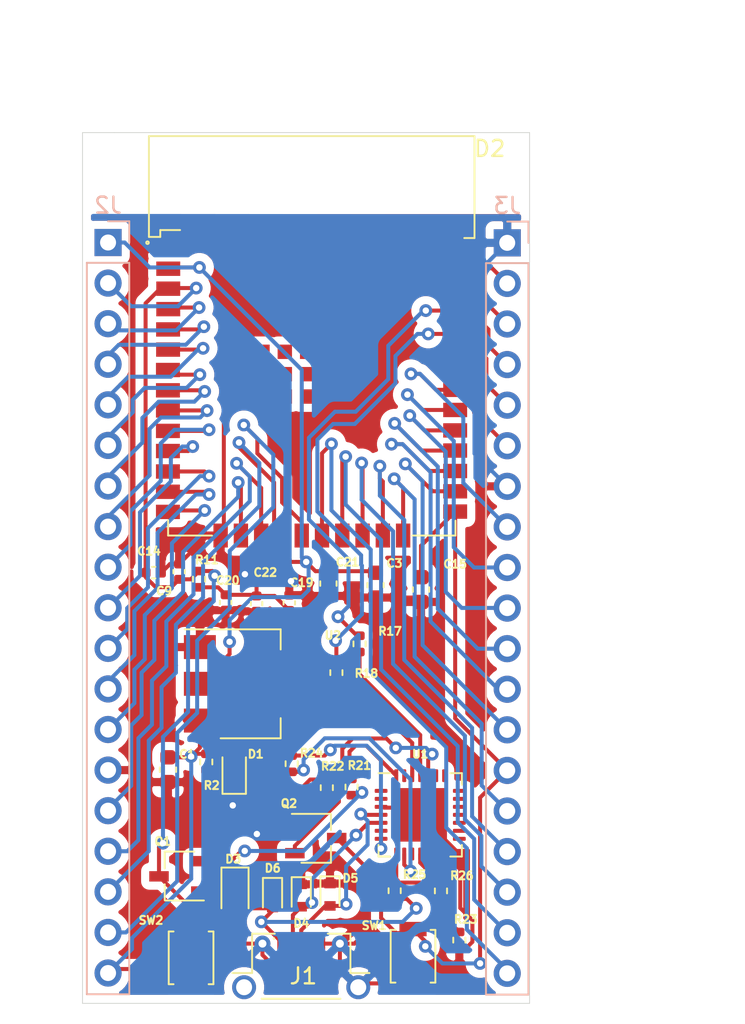
<source format=kicad_pcb>
(kicad_pcb (version 20171130) (host pcbnew 5.1.7-a382d34a8~88~ubuntu18.04.1)
  (layers (0 F.Cu signal) (31 B.Cu signal) (34 B.Paste user) (35 F.Paste user) (36 B.SilkS user) (37 F.SilkS user) (38 B.Mask user) (39 F.Mask user) (44 Edge.Cuts user))
  (net 0 "")
  (net 1 GND)
  (net 2 +5V)
  (net 3 +3V3)
  (net 4 /EN)
  (net 5 /IO0)
  (net 6 "Net-(D1-Pad2)")
  (net 7 /RXD0)
  (net 8 /NC)
  (net 9 /IO21)
  (net 10 /TXD0)
  (net 11 /IO17)
  (net 12 /IO4)
  (net 13 /IO16)
  (net 14 /IO19)
  (net 15 /IO22)
  (net 16 /IO5)
  (net 17 /IO18)
  (net 18 /IO23)
  (net 19 /IO12)
  (net 20 /IO14)
  (net 21 /IO27)
  (net 22 /IO26)
  (net 23 /IO25)
  (net 24 /IO33)
  (net 25 /IO32)
  (net 26 /IO35)
  (net 27 /IO34)
  (net 28 /SENSOR_VN)
  (net 29 /SENSOR_VP)
  (net 30 /IO2)
  (net 31 /IO15)
  (net 32 /SD1)
  (net 33 /SD0)
  (net 34 /CLK)
  (net 35 /CMD)
  (net 36 /SD3)
  (net 37 /SD2)
  (net 38 /IO13)
  (net 39 VBUS)
  (net 40 /D-)
  (net 41 /D+)
  (net 42 "Net-(J1-Pad4)")
  (net 43 /RTS)
  (net 44 "Net-(Q1-Pad1)")
  (net 45 "Net-(Q2-Pad1)")
  (net 46 /DTR)
  (net 47 /RXD)
  (net 48 /TXD)
  (net 49 "Net-(R23-Pad2)")
  (net 50 "Net-(R24-Pad2)")
  (net 51 "Net-(R25-Pad1)")
  (net 52 /DCD)
  (net 53 /RI)
  (net 54 "Net-(U1-Pad10)")
  (net 55 "Net-(U1-Pad12)")
  (net 56 "Net-(U1-Pad13)")
  (net 57 "Net-(U1-Pad14)")
  (net 58 "Net-(U1-Pad15)")
  (net 59 "Net-(U1-Pad16)")
  (net 60 "Net-(U1-Pad17)")
  (net 61 "Net-(U1-Pad18)")
  (net 62 "Net-(U1-Pad19)")
  (net 63 "Net-(U1-Pad20)")
  (net 64 "Net-(U1-Pad21)")
  (net 65 "Net-(U1-Pad22)")
  (net 66 /CTS)
  (net 67 /DSR)
  (module Connector_PinHeader_2.54mm:PinHeader_1x19_P2.54mm_Vertical (layer B.Cu) (at 151.95 75.65 180)
    (fp_text reference J3 (at 0 2.33) (layer B.SilkS) (effects (justify mirror)))
    (fp_text value Conn_01x19_Male)
    (pad 1 thru_hole rect (at 0 0 180) (size 1.7 1.7) (drill 1) (layers *.Cu *.Mask) (net 1 GND))
    (pad 2 thru_hole oval (at 0 -2.54 180) (size 1.7 1.7) (drill 1) (layers *.Cu *.Mask) (net 18 /IO23))
    (pad 3 thru_hole oval (at 0 -5.08 180) (size 1.7 1.7) (drill 1) (layers *.Cu *.Mask) (net 15 /IO22))
    (pad 4 thru_hole oval (at 0 -7.62 180) (size 1.7 1.7) (drill 1) (layers *.Cu *.Mask) (net 10 /TXD0))
    (pad 5 thru_hole oval (at 0 -10.16 180) (size 1.7 1.7) (drill 1) (layers *.Cu *.Mask) (net 7 /RXD0))
    (pad 6 thru_hole oval (at 0 -12.7 180) (size 1.7 1.7) (drill 1) (layers *.Cu *.Mask) (net 9 /IO21))
    (pad 7 thru_hole oval (at 0 -15.24 180) (size 1.7 1.7) (drill 1) (layers *.Cu *.Mask) (net 1 GND))
    (pad 8 thru_hole oval (at 0 -17.78 180) (size 1.7 1.7) (drill 1) (layers *.Cu *.Mask) (net 14 /IO19))
    (pad 9 thru_hole oval (at 0 -20.32 180) (size 1.7 1.7) (drill 1) (layers *.Cu *.Mask) (net 17 /IO18))
    (pad 10 thru_hole oval (at 0 -22.86 180) (size 1.7 1.7) (drill 1) (layers *.Cu *.Mask) (net 16 /IO5))
    (pad 11 thru_hole oval (at 0 -25.4 180) (size 1.7 1.7) (drill 1) (layers *.Cu *.Mask) (net 11 /IO17))
    (pad 12 thru_hole oval (at 0 -27.94 180) (size 1.7 1.7) (drill 1) (layers *.Cu *.Mask) (net 13 /IO16))
    (pad 13 thru_hole oval (at 0 -30.48 180) (size 1.7 1.7) (drill 1) (layers *.Cu *.Mask) (net 12 /IO4))
    (pad 14 thru_hole oval (at 0 -33.02 180) (size 1.7 1.7) (drill 1) (layers *.Cu *.Mask) (net 5 /IO0))
    (pad 15 thru_hole oval (at 0 -35.56 180) (size 1.7 1.7) (drill 1) (layers *.Cu *.Mask) (net 30 /IO2))
    (pad 16 thru_hole oval (at 0 -38.1 180) (size 1.7 1.7) (drill 1) (layers *.Cu *.Mask) (net 31 /IO15))
    (pad 17 thru_hole oval (at 0 -40.64 180) (size 1.7 1.7) (drill 1) (layers *.Cu *.Mask) (net 32 /SD1))
    (pad 18 thru_hole oval (at 0 -43.18 180) (size 1.7 1.7) (drill 1) (layers *.Cu *.Mask) (net 33 /SD0))
    (pad 19 thru_hole oval (at 0 -45.72 180) (size 1.7 1.7) (drill 1) (layers *.Cu *.Mask) (net 34 /CLK))
  )
  (module Capacitor_SMD:C_0603_1608Metric (layer F.Cu) (at 143.7 97.075 270)
    (fp_text reference C3 (at -1.365 -1.19 180) (layer F.SilkS) (effects (font (size 0.5 0.5) (thickness 0.125))))
    (fp_text value "22uF/10V(20%)")
    (pad 1 smd roundrect (at -0.775 0 270) (size 0.9 0.95) (layers F.Cu F.Paste F.Mask) (net 3 +3V3))
    (pad 2 smd roundrect (at 0.775 0 270) (size 0.9 0.95) (layers F.Cu F.Paste F.Mask) (net 1 GND))
  )
  (module Capacitor_SMD:C_0603_1608Metric (layer F.Cu) (at 130.7 108.625 270)
    (fp_text reference C1 (at -0.965 -1.2 180) (layer F.SilkS) (effects (font (size 0.5 0.5) (thickness 0.125))))
    (fp_text value "22uF/10V(20%)")
    (pad 2 smd roundrect (at 0.775 0 270) (size 0.9 0.95) (layers F.Cu F.Paste F.Mask) (net 1 GND))
    (pad 1 smd roundrect (at -0.775 0 270) (size 0.9 0.95) (layers F.Cu F.Paste F.Mask) (net 2 +5V))
  )
  (module Capacitor_SMD:C_0402_1005Metric (layer F.Cu) (at 131.4 96.23 90)
    (fp_text reference C9 (at -1.21 -0.94 180) (layer F.SilkS) (effects (font (size 0.5 0.5) (thickness 0.125))))
    (fp_text value "0.1uF/50V(10%)")
    (pad 1 smd roundrect (at -0.48 0 90) (size 0.56 0.62) (layers F.Cu F.Paste F.Mask) (net 4 /EN))
    (pad 2 smd roundrect (at 0.48 0 90) (size 0.56 0.62) (layers F.Cu F.Paste F.Mask) (net 1 GND))
  )
  (module Capacitor_SMD:C_0402_1005Metric (layer F.Cu) (at 129.81 96.29 180)
    (fp_text reference C14 (at 0.3 1.34) (layer F.SilkS) (effects (font (size 0.5 0.5) (thickness 0.125))))
    (fp_text value "0.1uF/50V(10%)")
    (pad 1 smd roundrect (at -0.48 0 180) (size 0.56 0.62) (layers F.Cu F.Paste F.Mask) (net 1 GND))
    (pad 2 smd roundrect (at 0.48 0 180) (size 0.56 0.62) (layers F.Cu F.Paste F.Mask) (net 4 /EN))
  )
  (module Capacitor_SMD:C_0603_1608Metric (layer F.Cu) (at 146.55 97.35 90)
    (fp_text reference C15 (at 1.59 2.14 180) (layer F.SilkS) (effects (font (size 0.5 0.5) (thickness 0.125))))
    (fp_text value "0.1uF/50V(10%)(NC)")
    (pad 2 smd roundrect (at 0.775 0 90) (size 0.9 0.95) (layers F.Cu F.Paste F.Mask) (net 5 /IO0))
    (pad 1 smd roundrect (at -0.775 0 90) (size 0.9 0.95) (layers F.Cu F.Paste F.Mask) (net 1 GND))
  )
  (module Capacitor_SMD:C_0402_1005Metric (layer F.Cu) (at 138.3 98.18 90)
    (fp_text reference C19 (at 1.26 0.78 180) (layer F.SilkS) (effects (font (size 0.5 0.5) (thickness 0.125))))
    (fp_text value "0.1uF/50V(10%)")
    (pad 2 smd roundrect (at 0.48 0 90) (size 0.56 0.62) (layers F.Cu F.Paste F.Mask) (net 1 GND))
    (pad 1 smd roundrect (at -0.48 0 90) (size 0.56 0.62) (layers F.Cu F.Paste F.Mask) (net 3 +3V3))
  )
  (module Capacitor_SMD:C_0402_1005Metric (layer F.Cu) (at 134.31 98.16 270)
    (fp_text reference C20 (at -1.38 -0.14 180) (layer F.SilkS) (effects (font (size 0.5 0.5) (thickness 0.125))))
    (fp_text value "4.7uF/6.3V(10%)")
    (pad 1 smd roundrect (at -0.48 0 270) (size 0.56 0.62) (layers F.Cu F.Paste F.Mask) (net 3 +3V3))
    (pad 2 smd roundrect (at 0.48 0 270) (size 0.56 0.62) (layers F.Cu F.Paste F.Mask) (net 1 GND))
  )
  (module Capacitor_SMD:C_0603_1608Metric (layer F.Cu) (at 140.75 96.975 270)
    (fp_text reference C21 (at -1.345 -1.2 180) (layer F.SilkS) (effects (font (size 0.5 0.5) (thickness 0.125))))
    (fp_text value "22uF/10V(20%)")
    (pad 1 smd roundrect (at -0.775 0 270) (size 0.9 0.95) (layers F.Cu F.Paste F.Mask) (net 3 +3V3))
    (pad 2 smd roundrect (at 0.775 0 270) (size 0.9 0.95) (layers F.Cu F.Paste F.Mask) (net 1 GND))
  )
  (module Capacitor_SMD:C_0402_1005Metric (layer F.Cu) (at 136.25 98.23 270)
    (fp_text reference C22 (at -1.95 -0.55 180) (layer F.SilkS) (effects (font (size 0.5 0.5) (thickness 0.125))))
    (fp_text value "0.1uF/50V(10%)")
    (pad 2 smd roundrect (at 0.48 0 270) (size 0.56 0.62) (layers F.Cu F.Paste F.Mask) (net 1 GND))
    (pad 1 smd roundrect (at -0.48 0 270) (size 0.56 0.62) (layers F.Cu F.Paste F.Mask) (net 3 +3V3))
  )
  (module LED_SMD:LED_0603_1608Metric (layer F.Cu) (at 134.85 108.65 90)
    (fp_text reference D1 (at 1 1.35 180) (layer F.SilkS) (effects (font (size 0.5 0.5) (thickness 0.125))))
    (fp_text value "RED LED")
    (pad 1 smd roundrect (at -0.7875 0 90) (size 0.875 0.95) (layers F.Cu F.Paste F.Mask) (net 1 GND))
    (pad 2 smd roundrect (at 0.7875 0 90) (size 0.875 0.95) (layers F.Cu F.Paste F.Mask) (net 6 "Net-(D1-Pad2)"))
  )
  (module esp32_dev_board:esp32_wroom_32e (layer F.Cu) (at 139.25 84.35)
    (fp_text reference D2 (at 11.6 -14.6) (layer F.SilkS))
    (fp_text value ESP32-WROOM-32D)
    (pad 34 smd rect (at 9.45 -3.31) (size 1.5 0.9) (layers F.Cu F.Paste F.Mask) (net 7 /RXD0))
    (pad 32 smd rect (at 9.44 -0.77) (size 1.5 0.9) (layers F.Cu F.Paste F.Mask) (net 8 /NC))
    (pad 33 smd rect (at 9.45 -2.05) (size 1.5 0.9) (layers F.Cu F.Paste F.Mask) (net 9 /IO21))
    (pad 35 smd rect (at 9.46 -4.58) (size 1.5 0.9) (layers F.Cu F.Paste F.Mask) (net 10 /TXD0))
    (pad 28 smd rect (at 9.44 4.3) (size 1.5 0.9) (layers F.Cu F.Paste F.Mask) (net 11 /IO17))
    (pad 25 smd rect (at 9.44 8.12) (size 1.5 0.9) (layers F.Cu F.Paste F.Mask) (net 5 /IO0))
    (pad 38 smd rect (at 9.46 -8.39) (size 1.5 0.9) (layers F.Cu F.Paste F.Mask) (net 1 GND))
    (pad 26 smd rect (at 9.44 6.85) (size 1.5 0.9) (layers F.Cu F.Paste F.Mask) (net 12 /IO4))
    (pad 27 smd rect (at 9.44 5.58) (size 1.5 0.9) (layers F.Cu F.Paste F.Mask) (net 13 /IO16))
    (pad 31 smd rect (at 9.44 0.5) (size 1.5 0.9) (layers F.Cu F.Paste F.Mask) (net 14 /IO19))
    (pad 36 smd rect (at 9.46 -5.86) (size 1.5 0.9) (layers F.Cu F.Paste F.Mask) (net 15 /IO22))
    (pad 29 smd rect (at 9.44 3.04) (size 1.5 0.9) (layers F.Cu F.Paste F.Mask) (net 16 /IO5))
    (pad 30 smd rect (at 9.44 1.76) (size 1.5 0.9) (layers F.Cu F.Paste F.Mask) (net 17 /IO18))
    (pad 37 smd rect (at 9.46 -7.11) (size 1.5 0.9) (layers F.Cu F.Paste F.Mask) (net 18 /IO23))
    (pad 14 smd rect (at -8.55 8.14) (size 1.5 0.9) (layers F.Cu F.Paste F.Mask) (net 19 /IO12))
    (pad 13 smd rect (at -8.55 6.88) (size 1.5 0.9) (layers F.Cu F.Paste F.Mask) (net 20 /IO14))
    (pad 12 smd rect (at -8.55 5.61) (size 1.5 0.9) (layers F.Cu F.Paste F.Mask) (net 21 /IO27))
    (pad 11 smd rect (at -8.55 4.33) (size 1.5 0.9) (layers F.Cu F.Paste F.Mask) (net 22 /IO26))
    (pad 10 smd rect (at -8.55 3.07) (size 1.5 0.9) (layers F.Cu F.Paste F.Mask) (net 23 /IO25))
    (pad 9 smd rect (at -8.55 1.79) (size 1.5 0.9) (layers F.Cu F.Paste F.Mask) (net 24 /IO33))
    (pad 8 smd rect (at -8.55 0.53) (size 1.5 0.9) (layers F.Cu F.Paste F.Mask) (net 25 /IO32))
    (pad 7 smd rect (at -8.55 -0.74) (size 1.5 0.9) (layers F.Cu F.Paste F.Mask) (net 26 /IO35))
    (pad 6 smd rect (at -8.54 -2.02) (size 1.5 0.9) (layers F.Cu F.Paste F.Mask) (net 27 /IO34))
    (pad 5 smd rect (at -8.54 -3.28) (size 1.5 0.9) (layers F.Cu F.Paste F.Mask) (net 28 /SENSOR_VN))
    (pad 4 smd rect (at -8.53 -4.55) (size 1.5 0.9) (layers F.Cu F.Paste F.Mask) (net 29 /SENSOR_VP))
    (pad 3 smd rect (at -8.53 -5.83) (size 1.5 0.9) (layers F.Cu F.Paste F.Mask) (net 4 /EN))
    (pad 2 smd rect (at -8.53 -7.08) (size 1.5 0.9) (layers F.Cu F.Paste F.Mask) (net 3 +3V3))
    (pad 1 smd rect (at -8.53 -8.36) (size 1.5 0.9) (layers F.Cu F.Paste F.Mask) (net 1 GND))
    (pad 24 smd rect (at 6.18 9.62 90) (size 1.5 0.9) (layers F.Cu F.Paste F.Mask) (net 30 /IO2))
    (pad 23 smd rect (at 4.91 9.62 90) (size 1.5 0.9) (layers F.Cu F.Paste F.Mask) (net 31 /IO15))
    (pad 22 smd rect (at 3.64 9.62 90) (size 1.5 0.9) (layers F.Cu F.Paste F.Mask) (net 32 /SD1))
    (pad 21 smd rect (at 2.37 9.62 90) (size 1.5 0.9) (layers F.Cu F.Paste F.Mask) (net 33 /SD0))
    (pad 20 smd rect (at 1.1 9.62 90) (size 1.5 0.9) (layers F.Cu F.Paste F.Mask) (net 34 /CLK))
    (pad 19 smd rect (at -0.17 9.62 90) (size 1.5 0.9) (layers F.Cu F.Paste F.Mask) (net 35 /CMD))
    (pad 18 smd rect (at -1.44 9.62 90) (size 1.5 0.9) (layers F.Cu F.Paste F.Mask) (net 36 /SD3))
    (pad 17 smd rect (at -2.71 9.62 90) (size 1.5 0.9) (layers F.Cu F.Paste F.Mask) (net 37 /SD2))
    (pad 16 smd rect (at -3.98 9.62 90) (size 1.5 0.9) (layers F.Cu F.Paste F.Mask) (net 38 /IO13))
    (pad 15 smd rect (at -5.25 9.62 90) (size 1.5 0.9) (layers F.Cu F.Paste F.Mask) (net 1 GND))
    (pad "" smd rect (at -0.28 -1.88) (size 0.9 0.9) (drill (offset 0.45 0)) (layers F.Cu F.Paste F.Mask))
    (pad "" smd rect (at -2.18 -1.88) (size 0.9 0.9) (drill (offset -0.45 0)) (layers F.Cu F.Paste F.Mask))
    (pad "" smd rect (at -2.63 0.47) (size 0.9 0.9) (drill (offset 0 0.45)) (layers F.Cu F.Paste F.Mask))
    (pad "" smd rect (at -1.23 -0.48) (size 0.9 0.9) (layers F.Cu F.Paste F.Mask))
    (pad "" smd rect (at -2.18 -0.48) (size 0.9 0.9) (drill (offset -0.45 0)) (layers F.Cu F.Paste F.Mask))
    (pad "" smd rect (at -1.23 0.47) (size 0.9 0.9) (drill (offset 0 0.45)) (layers F.Cu F.Paste F.Mask))
    (pad "" smd rect (at -1.23 -1.43) (size 0.9 0.9) (drill (offset 0 -0.45)) (layers F.Cu F.Paste F.Mask))
    (pad "" smd rect (at -0.28 -0.48) (size 0.9 0.9) (drill (offset 0.45 0)) (layers F.Cu F.Paste F.Mask))
    (pad "" smd rect (at 0.17 0.47) (size 0.9 0.9) (drill (offset 0 0.45)) (layers F.Cu F.Paste F.Mask))
  )
  (module Diode_SMD:D_SOD-323 (layer F.Cu) (at 134.9 116.25 270)
    (fp_text reference D3 (at -2.03 0.11 180) (layer F.SilkS) (effects (font (size 0.5 0.5) (thickness 0.125))))
    (fp_text value BAT60A)
    (pad 1 smd rect (at -1.05 0 270) (size 0.6 0.45) (layers F.Cu F.Paste F.Mask) (net 2 +5V))
    (pad 2 smd rect (at 1.05 0 270) (size 0.6 0.45) (layers F.Cu F.Paste F.Mask) (net 39 VBUS))
  )
  (module Diode_SMD:D_SOD-523 (layer F.Cu) (at 139.05 116.5 270)
    (fp_text reference D4 (at 1.74 0 180) (layer F.SilkS) (effects (font (size 0.5 0.5) (thickness 0.125))))
    (fp_text value D_TVS_ALT)
    (pad 1 smd rect (at -0.7 0 90) (size 0.6 0.7) (layers F.Cu F.Paste F.Mask) (net 1 GND))
    (pad 2 smd rect (at 0.7 0 90) (size 0.6 0.7) (layers F.Cu F.Paste F.Mask) (net 40 /D-))
  )
  (module Diode_SMD:D_SOD-523 (layer F.Cu) (at 140.85 116.45 270)
    (fp_text reference D5 (at -1.03 -1.28 180) (layer F.SilkS) (effects (font (size 0.5 0.5) (thickness 0.125))))
    (fp_text value D_TVS_ALT)
    (pad 2 smd rect (at 0.7 0 90) (size 0.6 0.7) (layers F.Cu F.Paste F.Mask) (net 41 /D+))
    (pad 1 smd rect (at -0.7 0 90) (size 0.6 0.7) (layers F.Cu F.Paste F.Mask) (net 1 GND))
  )
  (module Diode_SMD:D_SOD-523 (layer F.Cu) (at 137.25 116.55 270)
    (fp_text reference D6 (at -1.76 -0.01 180) (layer F.SilkS) (effects (font (size 0.5 0.5) (thickness 0.125))))
    (fp_text value D_TVS_ALT)
    (pad 2 smd rect (at 0.7 0 90) (size 0.6 0.7) (layers F.Cu F.Paste F.Mask) (net 39 VBUS))
    (pad 1 smd rect (at -0.7 0 90) (size 0.6 0.7) (layers F.Cu F.Paste F.Mask) (net 1 GND))
  )
  (module esp32_dev_board:Micro_usb_connector_4_THT_pads (layer F.Cu) (at 138.85 120.85)
    (fp_text reference J1 (at 0.33 0.69) (layer F.SilkS))
    (fp_text value USB_CON8)
    (pad 1 smd rect (at -1.1 -1.34) (size 0.4 1.2) (layers F.Cu F.Paste F.Mask) (net 39 VBUS))
    (pad 2 smd rect (at -0.45 -1.34) (size 0.4 1.2) (layers F.Cu F.Paste F.Mask) (net 40 /D-))
    (pad 3 smd rect (at 0.2 -1.34) (size 0.4 1.2) (layers F.Cu F.Paste F.Mask) (net 41 /D+))
    (pad 4 smd rect (at 0.85 -1.34) (size 0.4 1.2) (layers F.Cu F.Paste F.Mask) (net 42 "Net-(J1-Pad4)"))
    (pad 5 smd rect (at 1.5 -1.34) (size 0.4 1.2) (layers F.Cu F.Paste F.Mask) (net 1 GND))
    (pad 6 thru_hole circle (at -2.23 -1.34) (size 1 1) (drill 0.5) (layers *.Cu *.Mask) (net 1 GND))
    (pad 7 thru_hole circle (at 2.62 -1.34) (size 1 1) (drill 0.5) (layers *.Cu *.Mask) (net 1 GND))
    (pad 9 thru_hole circle (at -3.38 1.39) (size 1.5 1.5) (drill 1) (layers *.Cu *.Mask))
    (pad 8 thru_hole circle (at 3.77 1.39) (size 1.5 1.5) (drill 1) (layers *.Cu *.Mask) (net 1 GND))
  )
  (module Connector_PinHeader_2.54mm:PinHeader_1x19_P2.54mm_Vertical (layer B.Cu) (at 126.95 75.63 180)
    (fp_text reference J2 (at 0 2.33) (layer B.SilkS) (effects (justify mirror)))
    (fp_text value Conn_01x19_Male)
    (pad 19 thru_hole oval (at 0 -45.72 180) (size 1.7 1.7) (drill 1) (layers *.Cu *.Mask) (net 2 +5V))
    (pad 18 thru_hole oval (at 0 -43.18 180) (size 1.7 1.7) (drill 1) (layers *.Cu *.Mask) (net 35 /CMD))
    (pad 17 thru_hole oval (at 0 -40.64 180) (size 1.7 1.7) (drill 1) (layers *.Cu *.Mask) (net 36 /SD3))
    (pad 16 thru_hole oval (at 0 -38.1 180) (size 1.7 1.7) (drill 1) (layers *.Cu *.Mask) (net 37 /SD2))
    (pad 15 thru_hole oval (at 0 -35.56 180) (size 1.7 1.7) (drill 1) (layers *.Cu *.Mask) (net 38 /IO13))
    (pad 14 thru_hole oval (at 0 -33.02 180) (size 1.7 1.7) (drill 1) (layers *.Cu *.Mask) (net 1 GND))
    (pad 13 thru_hole oval (at 0 -30.48 180) (size 1.7 1.7) (drill 1) (layers *.Cu *.Mask) (net 19 /IO12))
    (pad 12 thru_hole oval (at 0 -27.94 180) (size 1.7 1.7) (drill 1) (layers *.Cu *.Mask) (net 20 /IO14))
    (pad 11 thru_hole oval (at 0 -25.4 180) (size 1.7 1.7) (drill 1) (layers *.Cu *.Mask) (net 21 /IO27))
    (pad 10 thru_hole oval (at 0 -22.86 180) (size 1.7 1.7) (drill 1) (layers *.Cu *.Mask) (net 22 /IO26))
    (pad 9 thru_hole oval (at 0 -20.32 180) (size 1.7 1.7) (drill 1) (layers *.Cu *.Mask) (net 23 /IO25))
    (pad 8 thru_hole oval (at 0 -17.78 180) (size 1.7 1.7) (drill 1) (layers *.Cu *.Mask) (net 24 /IO33))
    (pad 7 thru_hole oval (at 0 -15.24 180) (size 1.7 1.7) (drill 1) (layers *.Cu *.Mask) (net 25 /IO32))
    (pad 6 thru_hole oval (at 0 -12.7 180) (size 1.7 1.7) (drill 1) (layers *.Cu *.Mask) (net 26 /IO35))
    (pad 5 thru_hole oval (at 0 -10.16 180) (size 1.7 1.7) (drill 1) (layers *.Cu *.Mask) (net 27 /IO34))
    (pad 4 thru_hole oval (at 0 -7.62 180) (size 1.7 1.7) (drill 1) (layers *.Cu *.Mask) (net 28 /SENSOR_VN))
    (pad 3 thru_hole oval (at 0 -5.08 180) (size 1.7 1.7) (drill 1) (layers *.Cu *.Mask) (net 29 /SENSOR_VP))
    (pad 2 thru_hole oval (at 0 -2.54 180) (size 1.7 1.7) (drill 1) (layers *.Cu *.Mask) (net 4 /EN))
    (pad 1 thru_hole rect (at 0 0 180) (size 1.7 1.7) (drill 1) (layers *.Cu *.Mask) (net 3 +3V3))
  )
  (module Package_TO_SOT_SMD:TSOT-23 (layer F.Cu) (at 131.45 115.3 180)
    (fp_text reference Q1 (at 1.07 2.19) (layer F.SilkS) (effects (font (size 0.5 0.5) (thickness 0.125))))
    (fp_text value SS8O5O-G)
    (pad 3 smd rect (at 1.31 0 180) (size 1.22 0.65) (layers F.Cu F.Paste F.Mask) (net 4 /EN))
    (pad 2 smd rect (at -1.31 0.95 180) (size 1.22 0.65) (layers F.Cu F.Paste F.Mask) (net 43 /RTS))
    (pad 1 smd rect (at -1.31 -0.95 180) (size 1.22 0.65) (layers F.Cu F.Paste F.Mask) (net 44 "Net-(Q1-Pad1)"))
  )
  (module Package_TO_SOT_SMD:TSOT-23 (layer F.Cu) (at 139.96 112.9)
    (fp_text reference Q2 (at -1.68 -2.16) (layer F.SilkS) (effects (font (size 0.5 0.5) (thickness 0.125))))
    (fp_text value SS8O5O-G)
    (pad 1 smd rect (at -1.31 -0.95) (size 1.22 0.65) (layers F.Cu F.Paste F.Mask) (net 45 "Net-(Q2-Pad1)"))
    (pad 2 smd rect (at -1.31 0.95) (size 1.22 0.65) (layers F.Cu F.Paste F.Mask) (net 46 /DTR))
    (pad 3 smd rect (at 1.31 0) (size 1.22 0.65) (layers F.Cu F.Paste F.Mask) (net 5 /IO0))
  )
  (module Resistor_SMD:R_0402_1005Metric (layer F.Cu) (at 133.1 108.14 270)
    (fp_text reference R2 (at 1.47 -0.34 180) (layer F.SilkS) (effects (font (size 0.5 0.5) (thickness 0.125))))
    (fp_text value "2K(5%)")
    (pad 1 smd roundrect (at -0.51 0 270) (size 0.54 0.64) (layers F.Cu F.Paste F.Mask) (net 2 +5V))
    (pad 2 smd roundrect (at 0.51 0 270) (size 0.54 0.64) (layers F.Cu F.Paste F.Mask) (net 6 "Net-(D1-Pad2)"))
  )
  (module Resistor_SMD:R_0402_1005Metric (layer F.Cu) (at 132.65 96.7 90)
    (fp_text reference R11 (at 1.21 0.49 180) (layer F.SilkS) (effects (font (size 0.5 0.5) (thickness 0.125))))
    (fp_text value "10K(5%)")
    (pad 1 smd roundrect (at -0.51 0 90) (size 0.54 0.64) (layers F.Cu F.Paste F.Mask) (net 3 +3V3))
    (pad 2 smd roundrect (at 0.51 0 90) (size 0.54 0.64) (layers F.Cu F.Paste F.Mask) (net 4 /EN))
  )
  (module Resistor_SMD:R_0402_1005Metric (layer F.Cu) (at 142.7 100.75 90)
    (fp_text reference R17 (at 0.79 1.91 180) (layer F.SilkS) (effects (font (size 0.5 0.5) (thickness 0.125))))
    (fp_text value "0R(5%)")
    (pad 2 smd roundrect (at 0.51 0 90) (size 0.54 0.64) (layers F.Cu F.Paste F.Mask) (net 10 /TXD0))
    (pad 1 smd roundrect (at -0.51 0 90) (size 0.54 0.64) (layers F.Cu F.Paste F.Mask) (net 47 /RXD))
  )
  (module Resistor_SMD:R_0402_1005Metric (layer F.Cu) (at 141.25 102.55 90)
    (fp_text reference R18 (at -0.05 1.88 180) (layer F.SilkS) (effects (font (size 0.5 0.5) (thickness 0.125))))
    (fp_text value "0R(5%)")
    (pad 2 smd roundrect (at 0.51 0 90) (size 0.54 0.64) (layers F.Cu F.Paste F.Mask) (net 7 /RXD0))
    (pad 1 smd roundrect (at -0.51 0 90) (size 0.54 0.64) (layers F.Cu F.Paste F.Mask) (net 48 /TXD))
  )
  (module Resistor_SMD:R_0402_1005Metric (layer F.Cu) (at 142.2 109.71 90)
    (fp_text reference R21 (at 1.35 0.49 180) (layer F.SilkS) (effects (font (size 0.5 0.5) (thickness 0.125))))
    (fp_text value "10K(5%)")
    (pad 1 smd roundrect (at -0.51 0 90) (size 0.54 0.64) (layers F.Cu F.Paste F.Mask) (net 44 "Net-(Q1-Pad1)"))
    (pad 2 smd roundrect (at 0.51 0 90) (size 0.54 0.64) (layers F.Cu F.Paste F.Mask) (net 46 /DTR))
  )
  (module Resistor_SMD:R_0402_1005Metric (layer F.Cu) (at 140.65 109.75 90)
    (fp_text reference R22 (at 1.34 0.37 180) (layer F.SilkS) (effects (font (size 0.5 0.5) (thickness 0.125))))
    (fp_text value "10K(5%)")
    (pad 2 smd roundrect (at 0.51 0 90) (size 0.54 0.64) (layers F.Cu F.Paste F.Mask) (net 43 /RTS))
    (pad 1 smd roundrect (at -0.51 0 90) (size 0.54 0.64) (layers F.Cu F.Paste F.Mask) (net 45 "Net-(Q2-Pad1)"))
  )
  (module Resistor_SMD:R_0402_1005Metric (layer F.Cu) (at 148.95 119.29 90)
    (fp_text reference R23 (at 1.3 0.4 180) (layer F.SilkS) (effects (font (size 0.5 0.5) (thickness 0.125))))
    (fp_text value "10K(5%)(NC)")
    (pad 1 smd roundrect (at -0.51 0 90) (size 0.54 0.64) (layers F.Cu F.Paste F.Mask) (net 1 GND))
    (pad 2 smd roundrect (at 0.51 0 90) (size 0.54 0.64) (layers F.Cu F.Paste F.Mask) (net 49 "Net-(R23-Pad2)"))
  )
  (module Resistor_SMD:R_0402_1005Metric (layer F.Cu) (at 138.45 108.25 270)
    (fp_text reference R24 (at -0.66 -1.25 180) (layer F.SilkS) (effects (font (size 0.5 0.5) (thickness 0.125))))
    (fp_text value "2K(5%)")
    (pad 2 smd roundrect (at 0.51 0 270) (size 0.54 0.64) (layers F.Cu F.Paste F.Mask) (net 50 "Net-(R24-Pad2)"))
    (pad 1 smd roundrect (at -0.51 0 270) (size 0.54 0.64) (layers F.Cu F.Paste F.Mask) (net 3 +3V3))
  )
  (module Resistor_SMD:R_0402_1005Metric (layer F.Cu) (at 144.9 116.2 270)
    (fp_text reference R25 (at -1.01 -1.25 180) (layer F.SilkS) (effects (font (size 0.5 0.5) (thickness 0.125))))
    (fp_text value "22.1K(5%)")
    (pad 2 smd roundrect (at 0.51 0 270) (size 0.54 0.64) (layers F.Cu F.Paste F.Mask) (net 39 VBUS))
    (pad 1 smd roundrect (at -0.51 0 270) (size 0.54 0.64) (layers F.Cu F.Paste F.Mask) (net 51 "Net-(R25-Pad1)"))
  )
  (module Resistor_SMD:R_0402_1005Metric (layer F.Cu) (at 147.8 116.21 90)
    (fp_text reference R26 (at 0.95 1.31 180) (layer F.SilkS) (effects (font (size 0.5 0.5) (thickness 0.125))))
    (fp_text value "47.5K(5%)")
    (pad 1 smd roundrect (at -0.51 0 90) (size 0.54 0.64) (layers F.Cu F.Paste F.Mask) (net 1 GND))
    (pad 2 smd roundrect (at 0.51 0 90) (size 0.54 0.64) (layers F.Cu F.Paste F.Mask) (net 51 "Net-(R25-Pad1)"))
  )
  (module Button_Switch_SMD:SW_SPST_B3U-1000P (layer F.Cu) (at 146.05 120.3 90)
    (fp_text reference SW1 (at 1.92 -2.44 180) (layer F.SilkS) (effects (font (size 0.5 0.5) (thickness 0.125))))
    (fp_text value SW_Push)
    (pad 1 smd rect (at -1.7 0 90) (size 0.9 1.7) (layers F.Cu F.Paste F.Mask) (net 1 GND))
    (pad 2 smd rect (at 1.7 0 90) (size 0.9 1.7) (layers F.Cu F.Paste F.Mask) (net 5 /IO0))
  )
  (module Button_Switch_SMD:SW_SPST_B3U-1000P (layer F.Cu) (at 132.15 120.4 90)
    (fp_text reference SW2 (at 2.35 -2.51 180) (layer F.SilkS) (effects (font (size 0.5 0.5) (thickness 0.125))))
    (fp_text value SW_Push)
    (pad 2 smd rect (at 1.7 0 90) (size 0.9 1.7) (layers F.Cu F.Paste F.Mask) (net 4 /EN))
    (pad 1 smd rect (at -1.7 0 90) (size 0.9 1.7) (layers F.Cu F.Paste F.Mask) (net 1 GND))
  )
  (module Package_DFN_QFN:QFN-28-1EP_5x5mm_P0.5mm_EP3.35x3.35mm (layer F.Cu) (at 146.5 111.45)
    (fp_text reference U1 (at 0 -3.8) (layer F.SilkS) (effects (font (size 0.5 0.5) (thickness 0.125))))
    (fp_text value CP2102N-A01-GQFN28)
    (pad 1 smd roundrect (at -2.45 -1.5) (size 0.8 0.25) (layers F.Cu F.Paste F.Mask) (net 52 /DCD))
    (pad 2 smd roundrect (at -2.45 -1) (size 0.8 0.25) (layers F.Cu F.Paste F.Mask) (net 53 /RI))
    (pad 3 smd roundrect (at -2.45 -0.5) (size 0.8 0.25) (layers F.Cu F.Paste F.Mask) (net 1 GND))
    (pad 4 smd roundrect (at -2.45 0) (size 0.8 0.25) (layers F.Cu F.Paste F.Mask) (net 41 /D+))
    (pad 5 smd roundrect (at -2.45 0.5) (size 0.8 0.25) (layers F.Cu F.Paste F.Mask) (net 40 /D-))
    (pad 6 smd roundrect (at -2.45 1) (size 0.8 0.25) (layers F.Cu F.Paste F.Mask) (net 3 +3V3))
    (pad 7 smd roundrect (at -2.45 1.5) (size 0.8 0.25) (layers F.Cu F.Paste F.Mask) (net 3 +3V3))
    (pad 8 smd roundrect (at -1.5 2.45) (size 0.25 0.8) (layers F.Cu F.Paste F.Mask) (net 51 "Net-(R25-Pad1)"))
    (pad 9 smd roundrect (at -1 2.45) (size 0.25 0.8) (layers F.Cu F.Paste F.Mask) (net 50 "Net-(R24-Pad2)"))
    (pad 10 smd roundrect (at -0.5 2.45) (size 0.25 0.8) (layers F.Cu F.Paste F.Mask) (net 54 "Net-(U1-Pad10)"))
    (pad 11 smd roundrect (at 0 2.45) (size 0.25 0.8) (layers F.Cu F.Paste F.Mask) (net 49 "Net-(R23-Pad2)"))
    (pad 12 smd roundrect (at 0.5 2.45) (size 0.25 0.8) (layers F.Cu F.Paste F.Mask) (net 55 "Net-(U1-Pad12)"))
    (pad 13 smd roundrect (at 1 2.45) (size 0.25 0.8) (layers F.Cu F.Paste F.Mask) (net 56 "Net-(U1-Pad13)"))
    (pad 14 smd roundrect (at 1.5 2.45) (size 0.25 0.8) (layers F.Cu F.Paste F.Mask) (net 57 "Net-(U1-Pad14)"))
    (pad 15 smd roundrect (at 2.45 1.5) (size 0.8 0.25) (layers F.Cu F.Paste F.Mask) (net 58 "Net-(U1-Pad15)"))
    (pad 16 smd roundrect (at 2.45 1) (size 0.8 0.25) (layers F.Cu F.Paste F.Mask) (net 59 "Net-(U1-Pad16)"))
    (pad 17 smd roundrect (at 2.45 0.5) (size 0.8 0.25) (layers F.Cu F.Paste F.Mask) (net 60 "Net-(U1-Pad17)"))
    (pad 18 smd roundrect (at 2.45 0) (size 0.8 0.25) (layers F.Cu F.Paste F.Mask) (net 61 "Net-(U1-Pad18)"))
    (pad 19 smd roundrect (at 2.45 -0.5) (size 0.8 0.25) (layers F.Cu F.Paste F.Mask) (net 62 "Net-(U1-Pad19)"))
    (pad 20 smd roundrect (at 2.45 -1) (size 0.8 0.25) (layers F.Cu F.Paste F.Mask) (net 63 "Net-(U1-Pad20)"))
    (pad 21 smd roundrect (at 2.45 -1.5) (size 0.8 0.25) (layers F.Cu F.Paste F.Mask) (net 64 "Net-(U1-Pad21)"))
    (pad 22 smd roundrect (at 1.5 -2.45) (size 0.25 0.8) (layers F.Cu F.Paste F.Mask) (net 65 "Net-(U1-Pad22)"))
    (pad 23 smd roundrect (at 1 -2.45) (size 0.25 0.8) (layers F.Cu F.Paste F.Mask) (net 66 /CTS))
    (pad 24 smd roundrect (at 0.5 -2.45) (size 0.25 0.8) (layers F.Cu F.Paste F.Mask) (net 43 /RTS))
    (pad 25 smd roundrect (at 0 -2.45) (size 0.25 0.8) (layers F.Cu F.Paste F.Mask) (net 47 /RXD))
    (pad 26 smd roundrect (at -0.5 -2.45) (size 0.25 0.8) (layers F.Cu F.Paste F.Mask) (net 48 /TXD))
    (pad 27 smd roundrect (at -1 -2.45) (size 0.25 0.8) (layers F.Cu F.Paste F.Mask) (net 67 /DSR))
    (pad 28 smd roundrect (at -1.5 -2.45) (size 0.25 0.8) (layers F.Cu F.Paste F.Mask) (net 46 /DTR))
    (pad 29 smd rect (at 0 0) (size 3.35 3.35) (layers F.Cu F.Mask) (net 1 GND))
  )
  (module Package_TO_SOT_SMD:SOT-223 (layer F.Cu) (at 135.85 103.25)
    (fp_text reference U2 (at 5.18 -3.03) (layer F.SilkS) (effects (font (size 0.5 0.5) (thickness 0.125))))
    (fp_text value AMS117_3.3)
    (pad 4 smd rect (at 3.15 0) (size 2 3.8) (layers F.Cu F.Paste F.Mask) (net 3 +3V3))
    (pad 2 smd rect (at -3.15 0) (size 2 1.5) (layers F.Cu F.Paste F.Mask) (net 3 +3V3))
    (pad 3 smd rect (at -3.15 2.3) (size 2 1.5) (layers F.Cu F.Paste F.Mask) (net 2 +5V))
    (pad 1 smd rect (at -3.15 -2.3) (size 2 1.5) (layers F.Cu F.Paste F.Mask) (net 1 GND))
  )
  (gr_line (start 153.35 123.25) (end 125.35 123.25) (layer Edge.Cuts) (width 0.05))
  (gr_line (start 153.35 68.75) (end 153.35 123.25) (layer Edge.Cuts) (width 0.05))
  (gr_line (start 127.35 68.75) (end 153.35 68.75) (layer Edge.Cuts) (width 0.05))
  (gr_line (start 125.35 68.75) (end 127.35 68.75) (layer Edge.Cuts) (width 0.05))
  (gr_line (start 125.35 123.25) (end 125.35 68.75) (layer Edge.Cuts) (width 0.05))
  (segment (start 141.47 121.09) (end 142.62 122.24) (width 0.25) (layer F.Cu) (net 1))
  (segment (start 141.47 119.51) (end 141.47 121.09) (width 0.25) (layer F.Cu) (net 1))
  (segment (start 141.47 119.51) (end 140.35 119.51) (width 0.25) (layer F.Cu) (net 1))
  (segment (start 142.86 122) (end 142.62 122.24) (width 0.25) (layer F.Cu) (net 1))
  (segment (start 146.05 122) (end 142.86 122) (width 0.25) (layer F.Cu) (net 1))
  (segment (start 140.35 120.36) (end 140.35 119.51) (width 0.25) (layer F.Cu) (net 1))
  (segment (start 139.96 120.75) (end 140.35 120.36) (width 0.25) (layer F.Cu) (net 1))
  (segment (start 137.152894 120.75) (end 139.96 120.75) (width 0.25) (layer F.Cu) (net 1))
  (segment (start 136.62 119.51) (end 136.62 120.217106) (width 0.25) (layer F.Cu) (net 1))
  (segment (start 136.62 120.217106) (end 137.152894 120.75) (width 0.25) (layer F.Cu) (net 1))
  (segment (start 148.95 119.8) (end 148.95 121.15) (width 0.25) (layer F.Cu) (net 1))
  (segment (start 148.1 122) (end 146.05 122) (width 0.25) (layer F.Cu) (net 1))
  (segment (start 148.95 121.15) (end 148.1 122) (width 0.25) (layer F.Cu) (net 1))
  (segment (start 139 115.85) (end 139.05 115.8) (width 0.25) (layer F.Cu) (net 1))
  (segment (start 137.25 115.85) (end 139 115.85) (width 0.25) (layer F.Cu) (net 1))
  (segment (start 140.8 115.8) (end 140.85 115.75) (width 0.25) (layer F.Cu) (net 1))
  (segment (start 139.05 115.8) (end 140.8 115.8) (width 0.25) (layer F.Cu) (net 1))
  (segment (start 149.02 75.65) (end 148.71 75.96) (width 0.25) (layer F.Cu) (net 1))
  (segment (start 151.95 75.65) (end 149.02 75.65) (width 0.25) (layer F.Cu) (net 1))
  (segment (start 148.68 75.99) (end 148.71 75.96) (width 0.25) (layer F.Cu) (net 1))
  (segment (start 130.72 75.99) (end 148.68 75.99) (width 0.25) (layer F.Cu) (net 1))
  (segment (start 143.6 97.75) (end 143.7 97.85) (width 0.25) (layer F.Cu) (net 1))
  (segment (start 140.75 97.75) (end 143.6 97.75) (width 0.25) (layer F.Cu) (net 1))
  (segment (start 146.275 97.85) (end 146.55 98.125) (width 0.25) (layer F.Cu) (net 1))
  (segment (start 143.7 97.85) (end 146.275 97.85) (width 0.25) (layer F.Cu) (net 1))
  (segment (start 146.04999 110.99999) (end 146.5 111.45) (width 0.25) (layer F.Cu) (net 1))
  (segment (start 144.24999 110.99999) (end 146.04999 110.99999) (width 0.25) (layer F.Cu) (net 1))
  (segment (start 144.2 110.95) (end 144.24999 110.99999) (width 0.25) (layer F.Cu) (net 1))
  (segment (start 144.05 110.95) (end 144.2 110.95) (width 0.25) (layer F.Cu) (net 1))
  (segment (start 132.15 122.1) (end 132.15 121.55) (width 0.25) (layer F.Cu) (net 1))
  (segment (start 134.19 119.51) (end 136.62 119.51) (width 0.25) (layer F.Cu) (net 1))
  (segment (start 132.15 121.55) (end 134.19 119.51) (width 0.25) (layer F.Cu) (net 1))
  (segment (start 133.18 93.97) (end 134 93.97) (width 0.25) (layer F.Cu) (net 1))
  (segment (start 131.4 95.75) (end 133.18 93.97) (width 0.25) (layer F.Cu) (net 1))
  (segment (start 149.9 88.84) (end 149.9 77.7) (width 0.25) (layer B.Cu) (net 1))
  (segment (start 149.9 77.7) (end 151.95 75.65) (width 0.25) (layer B.Cu) (net 1))
  (segment (start 151.95 90.89) (end 149.9 88.84) (width 0.25) (layer B.Cu) (net 1))
  (segment (start 134.2 77.28) (end 134.2 93.77) (width 0.25) (layer F.Cu) (net 1))
  (segment (start 134.2 93.77) (end 134 93.97) (width 0.25) (layer F.Cu) (net 1))
  (segment (start 130.72 75.99) (end 132.91 75.99) (width 0.25) (layer F.Cu) (net 1))
  (segment (start 132.91 75.99) (end 134.2 77.28) (width 0.25) (layer F.Cu) (net 1))
  (segment (start 140.7 97.7) (end 140.75 97.75) (width 0.25) (layer F.Cu) (net 1))
  (segment (start 138.3 97.7) (end 140.7 97.7) (width 0.25) (layer F.Cu) (net 1))
  (segment (start 130.83 95.75) (end 130.29 96.29) (width 0.25) (layer F.Cu) (net 1))
  (segment (start 131.4 95.75) (end 130.83 95.75) (width 0.25) (layer F.Cu) (net 1))
  (via (at 135.52 96.39) (size 0.8) (drill 0.4) (layers F.Cu B.Cu) (net 1))
  (segment (start 134 93.97) (end 134 94.87) (width 0.25) (layer F.Cu) (net 1))
  (segment (start 134 94.87) (end 135.52 96.39) (width 0.25) (layer F.Cu) (net 1))
  (segment (start 135.955239 96.825239) (end 138.407595 96.825239) (width 0.25) (layer B.Cu) (net 1))
  (segment (start 138.3 97.7) (end 138.3 96.932834) (width 0.25) (layer F.Cu) (net 1))
  (via (at 138.407595 96.825239) (size 0.8) (drill 0.4) (layers F.Cu B.Cu) (net 1))
  (segment (start 135.52 96.39) (end 135.955239 96.825239) (width 0.25) (layer B.Cu) (net 1))
  (segment (start 138.3 96.932834) (end 138.407595 96.825239) (width 0.25) (layer F.Cu) (net 1))
  (via (at 136.27 112.65) (size 0.8) (drill 0.4) (layers F.Cu B.Cu) (net 1))
  (segment (start 137.25 115.85) (end 137.25 113.63) (width 0.25) (layer F.Cu) (net 1))
  (segment (start 137.25 113.63) (end 136.27 112.65) (width 0.25) (layer F.Cu) (net 1))
  (via (at 134.76 110.86) (size 0.8) (drill 0.4) (layers F.Cu B.Cu) (net 1))
  (segment (start 136.27 112.65) (end 136.27 112.37) (width 0.25) (layer B.Cu) (net 1))
  (segment (start 136.27 112.37) (end 134.76 110.86) (width 0.25) (layer B.Cu) (net 1))
  (segment (start 134.76 109.5275) (end 134.85 109.4375) (width 0.25) (layer F.Cu) (net 1))
  (segment (start 134.76 110.86) (end 134.76 109.5275) (width 0.25) (layer F.Cu) (net 1))
  (segment (start 142.38 119.51) (end 141.47 119.51) (width 0.25) (layer F.Cu) (net 1))
  (segment (start 142.97 116.33) (end 142.97 118.92) (width 0.25) (layer F.Cu) (net 1))
  (segment (start 142.97 118.92) (end 142.38 119.51) (width 0.25) (layer F.Cu) (net 1))
  (segment (start 140.85 115.75) (end 142.39 115.75) (width 0.25) (layer F.Cu) (net 1))
  (segment (start 142.39 115.75) (end 142.97 116.33) (width 0.25) (layer F.Cu) (net 1))
  (segment (start 147.8 116.72) (end 147.8 118.65) (width 0.25) (layer F.Cu) (net 1))
  (segment (start 147.8 118.65) (end 148.95 119.8) (width 0.25) (layer F.Cu) (net 1))
  (segment (start 149.01001 113.96001) (end 149.01001 117.28001) (width 0.25) (layer F.Cu) (net 1))
  (segment (start 146.5 111.45) (end 149.01001 113.96001) (width 0.25) (layer F.Cu) (net 1))
  (segment (start 149.01001 117.28001) (end 149.77 118.04) (width 0.25) (layer F.Cu) (net 1))
  (segment (start 149.77 118.04) (end 149.77 119.4) (width 0.25) (layer F.Cu) (net 1))
  (segment (start 149.37 119.8) (end 148.95 119.8) (width 0.25) (layer F.Cu) (net 1))
  (segment (start 149.77 119.4) (end 149.37 119.8) (width 0.25) (layer F.Cu) (net 1))
  (segment (start 131.75 105.55) (end 132.7 105.55) (width 0.25) (layer F.Cu) (net 2))
  (segment (start 127.2 121.1) (end 126.95 121.35) (width 0.25) (layer F.Cu) (net 2))
  (segment (start 131.635002 121.1) (end 127.2 121.1) (width 0.25) (layer F.Cu) (net 2))
  (segment (start 133.85 118.885002) (end 131.635002 121.1) (width 0.25) (layer F.Cu) (net 2))
  (segment (start 134.9 115.2) (end 133.85 116.25) (width 0.25) (layer F.Cu) (net 2))
  (segment (start 133.85 116.25) (end 133.85 118.885002) (width 0.25) (layer F.Cu) (net 2))
  (via (at 132.15 107.8) (size 0.8) (drill 0.4) (layers F.Cu B.Cu) (net 2))
  (segment (start 133.1 107.63) (end 132.32 107.63) (width 0.25) (layer F.Cu) (net 2))
  (segment (start 132.32 107.63) (end 132.15 107.8) (width 0.25) (layer F.Cu) (net 2))
  (segment (start 132.1 107.85) (end 132.15 107.8) (width 0.25) (layer F.Cu) (net 2))
  (segment (start 130.7 107.85) (end 132.1 107.85) (width 0.25) (layer F.Cu) (net 2))
  (segment (start 132.7 107.25) (end 132.15 107.8) (width 0.25) (layer F.Cu) (net 2))
  (segment (start 132.7 105.55) (end 132.7 107.25) (width 0.25) (layer F.Cu) (net 2))
  (segment (start 132.16 107.81) (end 132.15 107.8) (width 0.25) (layer B.Cu) (net 2))
  (segment (start 132.16 115.45) (end 132.16 107.81) (width 0.25) (layer B.Cu) (net 2))
  (segment (start 128.45 119.16) (end 132.16 115.45) (width 0.25) (layer B.Cu) (net 2))
  (segment (start 126.95 121.35) (end 128.45 119.85) (width 0.25) (layer B.Cu) (net 2))
  (segment (start 128.45 119.85) (end 128.45 119.16) (width 0.25) (layer B.Cu) (net 2))
  (segment (start 132.7 103.25) (end 139 103.25) (width 0.25) (layer F.Cu) (net 3))
  (segment (start 143.6 96.2) (end 143.7 96.3) (width 0.25) (layer F.Cu) (net 3))
  (segment (start 140.75 96.2) (end 143.6 96.2) (width 0.25) (layer F.Cu) (net 3))
  (segment (start 138.45 103.8) (end 139 103.25) (width 0.25) (layer F.Cu) (net 3))
  (segment (start 138.45 107.74) (end 138.45 103.8) (width 0.25) (layer F.Cu) (net 3))
  (segment (start 126.95 75.63) (end 127.99 75.63) (width 0.25) (layer B.Cu) (net 3))
  (via (at 132.67 77.19) (size 0.8) (drill 0.4) (layers F.Cu B.Cu) (net 3))
  (segment (start 127.99 75.63) (end 129.55 77.19) (width 0.25) (layer B.Cu) (net 3))
  (segment (start 129.55 77.19) (end 132.67 77.19) (width 0.25) (layer B.Cu) (net 3))
  (segment (start 130.8 77.19) (end 130.72 77.27) (width 0.25) (layer F.Cu) (net 3))
  (segment (start 132.67 77.19) (end 130.8 77.19) (width 0.25) (layer F.Cu) (net 3))
  (segment (start 133.84 97.21) (end 134.31 97.68) (width 0.25) (layer F.Cu) (net 3))
  (segment (start 132.65 97.21) (end 133.84 97.21) (width 0.25) (layer F.Cu) (net 3))
  (segment (start 136.18 97.68) (end 136.25 97.75) (width 0.25) (layer F.Cu) (net 3))
  (segment (start 134.31 97.68) (end 136.18 97.68) (width 0.25) (layer F.Cu) (net 3))
  (segment (start 138.292374 98.66) (end 138.3 98.66) (width 0.25) (layer F.Cu) (net 3))
  (segment (start 137.382374 97.75) (end 138.292374 98.66) (width 0.25) (layer F.Cu) (net 3))
  (segment (start 136.25 97.75) (end 137.382374 97.75) (width 0.25) (layer F.Cu) (net 3))
  (via (at 134.56 100.62) (size 0.8) (drill 0.4) (layers F.Cu B.Cu) (net 3))
  (segment (start 132.7 103.25) (end 134.56 101.39) (width 0.25) (layer F.Cu) (net 3))
  (segment (start 134.56 101.39) (end 134.56 100.62) (width 0.25) (layer F.Cu) (net 3))
  (segment (start 134.56 100.62) (end 134.56 99.36) (width 0.25) (layer B.Cu) (net 3))
  (segment (start 139.08 83.6) (end 139.08 95.34) (width 0.25) (layer B.Cu) (net 3))
  (segment (start 140.75 96.2) (end 139.94 96.2) (width 0.25) (layer F.Cu) (net 3))
  (segment (start 139.94 96.2) (end 139.36 95.62) (width 0.25) (layer F.Cu) (net 3))
  (segment (start 139.08 95.34) (end 139.36 95.62) (width 0.25) (layer B.Cu) (net 3))
  (via (at 139.36 95.62) (size 0.8) (drill 0.4) (layers F.Cu B.Cu) (net 3))
  (segment (start 132.67 77.19) (end 139.08 83.6) (width 0.25) (layer B.Cu) (net 3))
  (segment (start 136.25 97.75) (end 136.25 96.48) (width 0.25) (layer F.Cu) (net 3))
  (segment (start 137.11 95.62) (end 138.73 95.62) (width 0.25) (layer F.Cu) (net 3))
  (segment (start 136.25 96.48) (end 137.11 95.62) (width 0.25) (layer F.Cu) (net 3))
  (segment (start 138.73 95.62) (end 139.36 95.62) (width 0.25) (layer F.Cu) (net 3))
  (segment (start 134.56 99.36) (end 134.56 99.26) (width 0.25) (layer B.Cu) (net 3))
  (segment (start 135.995 97.825) (end 139.075 97.825) (width 0.25) (layer B.Cu) (net 3))
  (segment (start 134.56 99.26) (end 135.995 97.825) (width 0.25) (layer B.Cu) (net 3))
  (segment (start 139.075 97.825) (end 139.51 97.39) (width 0.25) (layer B.Cu) (net 3))
  (segment (start 139.51 95.77) (end 139.36 95.62) (width 0.25) (layer B.Cu) (net 3))
  (segment (start 139.51 97.39) (end 139.51 95.77) (width 0.25) (layer B.Cu) (net 3))
  (segment (start 144.05 112.95) (end 144.05 112.45) (width 0.25) (layer F.Cu) (net 3))
  (via (at 144.04 113.56) (size 0.8) (drill 0.4) (layers F.Cu B.Cu) (net 3))
  (segment (start 144.05 112.95) (end 144.05 113.55) (width 0.25) (layer F.Cu) (net 3))
  (segment (start 144.05 113.55) (end 144.04 113.56) (width 0.25) (layer F.Cu) (net 3))
  (segment (start 144.04 108.01629) (end 143.144623 107.120913) (width 0.25) (layer B.Cu) (net 3))
  (segment (start 140.516614 107.74) (end 140.871804 107.38481) (width 0.25) (layer F.Cu) (net 3))
  (segment (start 143.144623 107.120913) (end 141.135701 107.120913) (width 0.25) (layer B.Cu) (net 3))
  (via (at 140.871804 107.38481) (size 0.8) (drill 0.4) (layers F.Cu B.Cu) (net 3))
  (segment (start 144.04 113.56) (end 144.04 108.01629) (width 0.25) (layer B.Cu) (net 3))
  (segment (start 141.135701 107.120913) (end 140.871804 107.38481) (width 0.25) (layer B.Cu) (net 3))
  (segment (start 138.45 107.74) (end 140.516614 107.74) (width 0.25) (layer F.Cu) (net 3))
  (segment (start 132.64 96.2) (end 132.65 96.19) (width 0.25) (layer F.Cu) (net 4))
  (segment (start 132.15 117.31) (end 130.14 115.3) (width 0.25) (layer F.Cu) (net 4))
  (segment (start 132.15 118.7) (end 132.15 117.31) (width 0.25) (layer F.Cu) (net 4))
  (segment (start 132.13 96.71) (end 131.4 96.71) (width 0.25) (layer F.Cu) (net 4))
  (segment (start 132.65 96.19) (end 132.13 96.71) (width 0.25) (layer F.Cu) (net 4))
  (via (at 132.47 78.48) (size 0.8) (drill 0.4) (layers F.Cu B.Cu) (net 4))
  (segment (start 130.76 78.48) (end 130.72 78.52) (width 0.25) (layer F.Cu) (net 4))
  (segment (start 132.47 78.48) (end 130.76 78.48) (width 0.25) (layer F.Cu) (net 4))
  (segment (start 131.33 79.62) (end 132.47 78.48) (width 0.25) (layer B.Cu) (net 4))
  (segment (start 126.95 78.17) (end 128.4 79.62) (width 0.25) (layer B.Cu) (net 4))
  (segment (start 128.4 79.62) (end 131.33 79.62) (width 0.25) (layer B.Cu) (net 4))
  (segment (start 129.3 96.13) (end 129.47 96.3) (width 0.25) (layer F.Cu) (net 4))
  (segment (start 130.72 78.52) (end 130.214998 78.52) (width 0.25) (layer F.Cu) (net 4))
  (segment (start 129.3 79.434998) (end 129.3 96.13) (width 0.25) (layer F.Cu) (net 4))
  (segment (start 130.214998 78.52) (end 129.3 79.434998) (width 0.25) (layer F.Cu) (net 4))
  (segment (start 129.33 96.6) (end 129.93 97.2) (width 0.25) (layer F.Cu) (net 4))
  (segment (start 129.33 96.29) (end 129.33 96.6) (width 0.25) (layer F.Cu) (net 4))
  (segment (start 130.91 97.2) (end 131.4 96.71) (width 0.25) (layer F.Cu) (net 4))
  (segment (start 129.93 97.2) (end 130.91 97.2) (width 0.25) (layer F.Cu) (net 4))
  (via (at 130.39 113.22) (size 0.8) (drill 0.4) (layers F.Cu B.Cu) (net 4))
  (segment (start 130.14 115.3) (end 130.14 113.47) (width 0.25) (layer F.Cu) (net 4))
  (segment (start 130.14 113.47) (end 130.39 113.22) (width 0.25) (layer F.Cu) (net 4))
  (segment (start 130.39 106.57359) (end 131.01 105.95359) (width 0.25) (layer B.Cu) (net 4))
  (segment (start 130.39 113.22) (end 130.39 106.57359) (width 0.25) (layer B.Cu) (net 4))
  (segment (start 131.01 105.95359) (end 131.96 105.00359) (width 0.25) (layer B.Cu) (net 4))
  (segment (start 131.96 105.00359) (end 131.96 99.68) (width 0.25) (layer B.Cu) (net 4))
  (segment (start 133.57 98.07) (end 133.57 96.56) (width 0.25) (layer B.Cu) (net 4))
  (segment (start 131.96 99.68) (end 133.57 98.07) (width 0.25) (layer B.Cu) (net 4))
  (via (at 133.625 96.485) (size 0.8) (drill 0.4) (layers F.Cu B.Cu) (net 4))
  (segment (start 133.57 96.56) (end 133.57 96.54) (width 0.25) (layer B.Cu) (net 4))
  (segment (start 133.57 96.54) (end 133.625 96.485) (width 0.25) (layer B.Cu) (net 4))
  (segment (start 133.625 96.485) (end 133.625 96.325) (width 0.25) (layer F.Cu) (net 4))
  (segment (start 133.49 96.19) (end 132.65 96.19) (width 0.25) (layer F.Cu) (net 4))
  (segment (start 133.625 96.325) (end 133.49 96.19) (width 0.25) (layer F.Cu) (net 4))
  (segment (start 146.55 94.61) (end 148.69 92.47) (width 0.25) (layer F.Cu) (net 5))
  (segment (start 146.55 96.575) (end 146.55 94.61) (width 0.25) (layer F.Cu) (net 5))
  (segment (start 148.69 105.41) (end 148.69 92.47) (width 0.25) (layer F.Cu) (net 5))
  (segment (start 151.95 108.67) (end 148.69 105.41) (width 0.25) (layer F.Cu) (net 5))
  (via (at 146.82 119.68) (size 0.8) (drill 0.4) (layers F.Cu B.Cu) (net 5))
  (segment (start 146.82 119.37) (end 146.05 118.6) (width 0.25) (layer F.Cu) (net 5))
  (segment (start 146.82 119.68) (end 146.82 119.37) (width 0.25) (layer F.Cu) (net 5))
  (segment (start 145.8 118.85) (end 146.05 118.6) (width 0.25) (layer F.Cu) (net 5))
  (segment (start 144.99 118.85) (end 145.8 118.85) (width 0.25) (layer F.Cu) (net 5))
  (segment (start 144.05 117.91) (end 144.99 118.85) (width 0.25) (layer F.Cu) (net 5))
  (segment (start 141.27 112.9) (end 144.05 115.68) (width 0.25) (layer F.Cu) (net 5))
  (segment (start 144.05 115.68) (end 144.05 117.91) (width 0.25) (layer F.Cu) (net 5))
  (segment (start 151.95 108.67) (end 150.25 110.37) (width 0.25) (layer F.Cu) (net 5))
  (segment (start 150.25 110.37) (end 150.25 120.75) (width 0.25) (layer F.Cu) (net 5))
  (via (at 150.25 120.75) (size 0.8) (drill 0.4) (layers F.Cu B.Cu) (net 5))
  (segment (start 147.89 120.75) (end 150.25 120.75) (width 0.25) (layer B.Cu) (net 5))
  (segment (start 146.82 119.68) (end 147.89 120.75) (width 0.25) (layer B.Cu) (net 5))
  (segment (start 133.8875 107.8625) (end 133.1 108.65) (width 0.25) (layer F.Cu) (net 6))
  (segment (start 134.85 107.8625) (end 133.8875 107.8625) (width 0.25) (layer F.Cu) (net 6))
  (segment (start 150.324989 81.824989) (end 149.54 81.04) (width 0.25) (layer F.Cu) (net 7))
  (segment (start 150.645 82.895) (end 150.324989 82.574989) (width 0.25) (layer F.Cu) (net 7))
  (segment (start 149.54 81.04) (end 148.7 81.04) (width 0.25) (layer F.Cu) (net 7))
  (segment (start 151.95 85.81) (end 150.645 84.505) (width 0.25) (layer F.Cu) (net 7))
  (segment (start 150.324989 82.574989) (end 150.324989 81.824989) (width 0.25) (layer F.Cu) (net 7))
  (segment (start 150.645 84.505) (end 150.645 82.895) (width 0.25) (layer F.Cu) (net 7))
  (via (at 141.2 100.55) (size 0.8) (drill 0.4) (layers F.Cu B.Cu) (net 7))
  (segment (start 141.25 102.04) (end 141.25 100.6) (width 0.25) (layer F.Cu) (net 7))
  (segment (start 141.25 100.6) (end 141.2 100.55) (width 0.25) (layer F.Cu) (net 7))
  (via (at 147 81.35) (size 0.8) (drill 0.4) (layers F.Cu B.Cu) (net 7))
  (segment (start 148.39 81.35) (end 148.7 81.04) (width 0.25) (layer F.Cu) (net 7))
  (segment (start 147 81.35) (end 148.39 81.35) (width 0.25) (layer F.Cu) (net 7))
  (segment (start 144.95 84.44) (end 144.95 82.73) (width 0.25) (layer B.Cu) (net 7))
  (segment (start 141.041501 86.988499) (end 142.401501 86.988499) (width 0.25) (layer B.Cu) (net 7))
  (segment (start 140.06 87.97) (end 141.041501 86.988499) (width 0.25) (layer B.Cu) (net 7))
  (segment (start 146.33 81.35) (end 147 81.35) (width 0.25) (layer B.Cu) (net 7))
  (segment (start 141.2 100.55) (end 142.85 98.9) (width 0.25) (layer B.Cu) (net 7))
  (segment (start 142.85 95.85) (end 142.8 95.8) (width 0.25) (layer B.Cu) (net 7))
  (segment (start 142.8 95.8) (end 142.8 95.2) (width 0.25) (layer B.Cu) (net 7))
  (segment (start 142.8 95.2) (end 140.06 92.46) (width 0.25) (layer B.Cu) (net 7))
  (segment (start 142.401501 86.988499) (end 144.95 84.44) (width 0.25) (layer B.Cu) (net 7))
  (segment (start 142.85 98.9) (end 142.85 95.85) (width 0.25) (layer B.Cu) (net 7))
  (segment (start 144.95 82.73) (end 146.33 81.35) (width 0.25) (layer B.Cu) (net 7))
  (segment (start 140.06 92.46) (end 140.06 87.97) (width 0.25) (layer B.Cu) (net 7))
  (segment (start 149.7 82.3) (end 148.7 82.3) (width 0.25) (layer F.Cu) (net 9))
  (segment (start 149.87498 82.47498) (end 149.7 82.3) (width 0.25) (layer F.Cu) (net 9))
  (segment (start 149.87498 86.27498) (end 149.87498 82.47498) (width 0.25) (layer F.Cu) (net 9))
  (segment (start 151.95 88.35) (end 149.87498 86.27498) (width 0.25) (layer F.Cu) (net 9))
  (segment (start 149.47 79.77) (end 148.71 79.77) (width 0.25) (layer F.Cu) (net 10))
  (segment (start 151.95 83.27) (end 150.774999 82.094999) (width 0.25) (layer F.Cu) (net 10))
  (segment (start 150.774999 81.074999) (end 149.47 79.77) (width 0.25) (layer F.Cu) (net 10))
  (segment (start 150.774999 82.094999) (end 150.774999 81.074999) (width 0.25) (layer F.Cu) (net 10))
  (via (at 141.35 99.05) (size 0.8) (drill 0.4) (layers F.Cu B.Cu) (net 10))
  (segment (start 142.7 100.24) (end 142.54 100.24) (width 0.25) (layer F.Cu) (net 10))
  (segment (start 142.54 100.24) (end 141.35 99.05) (width 0.25) (layer F.Cu) (net 10))
  (via (at 146.85 79.89) (size 0.8) (drill 0.4) (layers F.Cu B.Cu) (net 10))
  (segment (start 148.59 79.89) (end 148.71 79.77) (width 0.25) (layer F.Cu) (net 10))
  (segment (start 146.85 79.89) (end 148.59 79.89) (width 0.25) (layer F.Cu) (net 10))
  (segment (start 146.700588 79.89) (end 146.85 79.89) (width 0.25) (layer B.Cu) (net 10))
  (segment (start 144.49999 82.090598) (end 146.700588 79.89) (width 0.25) (layer B.Cu) (net 10))
  (segment (start 144.49999 84.18001) (end 144.49999 82.090598) (width 0.25) (layer B.Cu) (net 10))
  (segment (start 142.459706 86.220294) (end 144.49999 84.18001) (width 0.25) (layer B.Cu) (net 10))
  (segment (start 142.01 98.39) (end 142.01 95.45) (width 0.25) (layer B.Cu) (net 10))
  (segment (start 141.35 99.05) (end 142.01 98.39) (width 0.25) (layer B.Cu) (net 10))
  (segment (start 142.01 95.45) (end 139.53 92.97) (width 0.25) (layer B.Cu) (net 10))
  (segment (start 139.53 92.97) (end 139.53 87.85) (width 0.25) (layer B.Cu) (net 10))
  (segment (start 139.53 87.85) (end 141.159706 86.220294) (width 0.25) (layer B.Cu) (net 10))
  (segment (start 141.159706 86.220294) (end 142.459706 86.220294) (width 0.25) (layer B.Cu) (net 10))
  (via (at 144.9 86.95) (size 0.8) (drill 0.4) (layers F.Cu B.Cu) (net 11))
  (segment (start 146.6 88.65) (end 148.69 88.65) (width 0.25) (layer F.Cu) (net 11))
  (segment (start 144.9 86.95) (end 146.6 88.65) (width 0.25) (layer F.Cu) (net 11))
  (segment (start 147.600011 89.650011) (end 144.9 86.95) (width 0.25) (layer B.Cu) (net 11))
  (segment (start 147.600011 98.550011) (end 147.600011 89.650011) (width 0.25) (layer B.Cu) (net 11))
  (segment (start 151.95 101.05) (end 150.1 101.05) (width 0.25) (layer B.Cu) (net 11))
  (segment (start 150.1 101.05) (end 147.600011 98.550011) (width 0.25) (layer B.Cu) (net 11))
  (segment (start 146.65 90.565156) (end 145.566945 89.482101) (width 0.25) (layer B.Cu) (net 12))
  (segment (start 147.284844 91.2) (end 145.566945 89.482101) (width 0.25) (layer F.Cu) (net 12))
  (segment (start 146.65 100.83) (end 146.65 90.565156) (width 0.25) (layer B.Cu) (net 12))
  (segment (start 148.69 91.2) (end 147.284844 91.2) (width 0.25) (layer F.Cu) (net 12))
  (segment (start 151.95 106.13) (end 146.65 100.83) (width 0.25) (layer B.Cu) (net 12))
  (via (at 145.566945 89.482101) (size 0.8) (drill 0.4) (layers F.Cu B.Cu) (net 12))
  (via (at 144.7 88.25) (size 0.8) (drill 0.4) (layers F.Cu B.Cu) (net 13))
  (segment (start 144.7 88.25) (end 145.4 88.25) (width 0.25) (layer F.Cu) (net 13))
  (segment (start 147.08 89.93) (end 148.69 89.93) (width 0.25) (layer F.Cu) (net 13))
  (segment (start 145.4 88.25) (end 147.08 89.93) (width 0.25) (layer F.Cu) (net 13))
  (segment (start 145.4 88.25) (end 144.7 88.25) (width 0.25) (layer B.Cu) (net 13))
  (segment (start 147.15 90) (end 145.4 88.25) (width 0.25) (layer B.Cu) (net 13))
  (segment (start 147.15 99.35) (end 147.15 90) (width 0.25) (layer B.Cu) (net 13))
  (segment (start 151.95 103.59) (end 151.39 103.59) (width 0.25) (layer B.Cu) (net 13))
  (segment (start 151.39 103.59) (end 147.15 99.35) (width 0.25) (layer B.Cu) (net 13))
  (via (at 145.923002 83.85) (size 0.8) (drill 0.4) (layers F.Cu B.Cu) (net 14))
  (segment (start 151.95 93.43) (end 149.2 90.68) (width 0.25) (layer B.Cu) (net 14))
  (segment (start 145.923002 83.85) (end 146.488687 83.85) (width 0.25) (layer F.Cu) (net 14))
  (segment (start 149.2 86.561313) (end 146.488687 83.85) (width 0.25) (layer B.Cu) (net 14))
  (segment (start 146.488687 83.85) (end 147.488687 84.85) (width 0.25) (layer F.Cu) (net 14))
  (segment (start 146.488687 83.85) (end 145.923002 83.85) (width 0.25) (layer B.Cu) (net 14))
  (segment (start 147.488687 84.85) (end 148.69 84.85) (width 0.25) (layer F.Cu) (net 14))
  (segment (start 149.2 90.68) (end 149.2 86.561313) (width 0.25) (layer B.Cu) (net 14))
  (segment (start 149.71 78.49) (end 148.71 78.49) (width 0.25) (layer F.Cu) (net 15))
  (segment (start 151.95 80.73) (end 149.71 78.49) (width 0.25) (layer F.Cu) (net 15))
  (segment (start 148.69 87.39) (end 146.770034 87.39) (width 0.25) (layer F.Cu) (net 16))
  (via (at 145.843857 86.463823) (size 0.8) (drill 0.4) (layers F.Cu B.Cu) (net 16))
  (segment (start 146.770034 87.39) (end 145.843857 86.463823) (width 0.25) (layer F.Cu) (net 16))
  (segment (start 148.1 88.719966) (end 145.843857 86.463823) (width 0.25) (layer B.Cu) (net 16))
  (segment (start 148.1 97.5) (end 148.1 88.719966) (width 0.25) (layer B.Cu) (net 16))
  (segment (start 149.1 98.5) (end 148.1 97.5) (width 0.25) (layer B.Cu) (net 16))
  (segment (start 151.95 98.51) (end 151.94 98.5) (width 0.25) (layer B.Cu) (net 16))
  (segment (start 151.94 98.5) (end 149.1 98.5) (width 0.25) (layer B.Cu) (net 16))
  (via (at 145.7 85.15) (size 0.8) (drill 0.4) (layers F.Cu B.Cu) (net 17))
  (segment (start 148.69 86.11) (end 146.66 86.11) (width 0.25) (layer F.Cu) (net 17))
  (segment (start 146.66 86.11) (end 145.7 85.15) (width 0.25) (layer F.Cu) (net 17))
  (segment (start 148.6 88.05) (end 145.7 85.15) (width 0.25) (layer B.Cu) (net 17))
  (segment (start 151.95 95.97) (end 149.87 95.97) (width 0.25) (layer B.Cu) (net 17))
  (segment (start 148.6 94.7) (end 148.6 88.05) (width 0.25) (layer B.Cu) (net 17))
  (segment (start 149.87 95.97) (end 148.6 94.7) (width 0.25) (layer B.Cu) (net 17))
  (segment (start 151 77.24) (end 148.71 77.24) (width 0.25) (layer F.Cu) (net 18))
  (segment (start 151.95 78.19) (end 151 77.24) (width 0.25) (layer F.Cu) (net 18))
  (via (at 133 92.4) (size 0.8) (drill 0.4) (layers F.Cu B.Cu) (net 19))
  (segment (start 130.79 92.4) (end 130.7 92.49) (width 0.25) (layer F.Cu) (net 19))
  (segment (start 133 92.4) (end 130.79 92.4) (width 0.25) (layer F.Cu) (net 19))
  (segment (start 128.599989 102.3636) (end 129.25 101.71359) (width 0.25) (layer B.Cu) (net 19))
  (segment (start 129.25 101.71359) (end 129.25 98.95) (width 0.25) (layer B.Cu) (net 19))
  (segment (start 128.599989 104.460011) (end 128.599989 102.3636) (width 0.25) (layer B.Cu) (net 19))
  (segment (start 126.95 106.11) (end 128.599989 104.460011) (width 0.25) (layer B.Cu) (net 19))
  (segment (start 130.95 94.45) (end 133 92.4) (width 0.25) (layer B.Cu) (net 19))
  (segment (start 130.95 97.25) (end 130.95 94.45) (width 0.25) (layer B.Cu) (net 19))
  (segment (start 129.25 98.95) (end 130.95 97.25) (width 0.25) (layer B.Cu) (net 19))
  (via (at 133.27499 91.4) (size 0.8) (drill 0.4) (layers F.Cu B.Cu) (net 20))
  (segment (start 133.10499 91.23) (end 133.27499 91.4) (width 0.25) (layer F.Cu) (net 20))
  (segment (start 130.7 91.23) (end 133.10499 91.23) (width 0.25) (layer F.Cu) (net 20))
  (segment (start 132.45 91.4) (end 133.27499 91.4) (width 0.25) (layer B.Cu) (net 20))
  (segment (start 126.95 103.1) (end 128.6 101.45) (width 0.25) (layer B.Cu) (net 20))
  (segment (start 126.95 103.57) (end 126.95 103.1) (width 0.25) (layer B.Cu) (net 20))
  (segment (start 128.6 101.45) (end 128.6 98.7) (width 0.25) (layer B.Cu) (net 20))
  (segment (start 130.05 93.8) (end 132.45 91.4) (width 0.25) (layer B.Cu) (net 20))
  (segment (start 128.6 98.7) (end 130.05 97.25) (width 0.25) (layer B.Cu) (net 20))
  (segment (start 130.05 97.25) (end 130.05 93.8) (width 0.25) (layer B.Cu) (net 20))
  (segment (start 132.98499 89.96) (end 133.27499 90.25) (width 0.25) (layer F.Cu) (net 21))
  (segment (start 130.7 89.96) (end 132.98499 89.96) (width 0.25) (layer F.Cu) (net 21))
  (via (at 133.27499 90.25) (size 0.8) (drill 0.4) (layers F.Cu B.Cu) (net 21))
  (segment (start 128.149989 99.830011) (end 128.149989 98.5136) (width 0.25) (layer B.Cu) (net 21))
  (segment (start 129.45 97.21359) (end 129.45 93.509305) (width 0.25) (layer B.Cu) (net 21))
  (segment (start 129.45 93.509305) (end 132.709305 90.25) (width 0.25) (layer B.Cu) (net 21))
  (segment (start 132.709305 90.25) (end 133.27499 90.25) (width 0.25) (layer B.Cu) (net 21))
  (segment (start 128.149989 98.5136) (end 129.45 97.21359) (width 0.25) (layer B.Cu) (net 21))
  (segment (start 126.95 101.03) (end 128.149989 99.830011) (width 0.25) (layer B.Cu) (net 21))
  (segment (start 130.7 88.68) (end 131.97 88.68) (width 0.25) (layer F.Cu) (net 22))
  (segment (start 128.95 96.49) (end 128.95 92.515685) (width 0.25) (layer B.Cu) (net 22))
  (via (at 132.25 88.4) (size 0.8) (drill 0.4) (layers F.Cu B.Cu) (net 22))
  (segment (start 126.95 98.49) (end 128.95 96.49) (width 0.25) (layer B.Cu) (net 22))
  (segment (start 131.97 88.68) (end 132.25 88.4) (width 0.25) (layer F.Cu) (net 22))
  (segment (start 130.882843 90.582843) (end 130.882843 89.117157) (width 0.25) (layer B.Cu) (net 22))
  (segment (start 128.95 92.515685) (end 130.882843 90.582843) (width 0.25) (layer B.Cu) (net 22))
  (segment (start 131.6 88.4) (end 132.25 88.4) (width 0.25) (layer B.Cu) (net 22))
  (segment (start 130.882843 89.117157) (end 131.6 88.4) (width 0.25) (layer B.Cu) (net 22))
  (segment (start 133.20499 87.42) (end 133.27499 87.35) (width 0.25) (layer F.Cu) (net 23))
  (segment (start 130.7 87.42) (end 133.20499 87.42) (width 0.25) (layer F.Cu) (net 23))
  (via (at 133.27499 87.35) (size 0.8) (drill 0.4) (layers F.Cu B.Cu) (net 23))
  (segment (start 131.1 87.35) (end 133.27499 87.35) (width 0.25) (layer B.Cu) (net 23))
  (segment (start 130.25 90.55) (end 130.25 88.2) (width 0.25) (layer B.Cu) (net 23))
  (segment (start 130.25 88.2) (end 131.1 87.35) (width 0.25) (layer B.Cu) (net 23))
  (segment (start 128.35 92.45) (end 128.35 94.55) (width 0.25) (layer B.Cu) (net 23))
  (segment (start 128.35 94.55) (end 126.95 95.95) (width 0.25) (layer B.Cu) (net 23))
  (segment (start 128.35 92.45) (end 130.25 90.55) (width 0.25) (layer B.Cu) (net 23))
  (segment (start 133.14 86.14) (end 133.15 86.15) (width 0.25) (layer F.Cu) (net 24))
  (via (at 133.15 86.15) (size 0.8) (drill 0.4) (layers F.Cu B.Cu) (net 24))
  (segment (start 130.7 86.14) (end 133.14 86.14) (width 0.25) (layer F.Cu) (net 24))
  (segment (start 132.72 86.58) (end 133.15 86.15) (width 0.25) (layer B.Cu) (net 24))
  (segment (start 130.26 86.58) (end 132.72 86.58) (width 0.25) (layer B.Cu) (net 24))
  (segment (start 129.55 90.2) (end 129.55 87.29) (width 0.25) (layer B.Cu) (net 24))
  (segment (start 126.95 93.41) (end 126.95 92.8) (width 0.25) (layer B.Cu) (net 24))
  (segment (start 129.55 87.29) (end 130.26 86.58) (width 0.25) (layer B.Cu) (net 24))
  (segment (start 126.95 92.8) (end 129.55 90.2) (width 0.25) (layer B.Cu) (net 24))
  (segment (start 132.93 84.88) (end 133 84.95) (width 0.25) (layer F.Cu) (net 25))
  (segment (start 130.7 84.88) (end 132.93 84.88) (width 0.25) (layer F.Cu) (net 25))
  (via (at 133 84.95) (size 0.8) (drill 0.4) (layers F.Cu B.Cu) (net 25))
  (segment (start 132.36 85.59) (end 133 84.95) (width 0.25) (layer B.Cu) (net 25))
  (segment (start 129.1 86.61) (end 130.12 85.59) (width 0.25) (layer B.Cu) (net 25))
  (segment (start 130.12 85.59) (end 132.36 85.59) (width 0.25) (layer B.Cu) (net 25))
  (segment (start 129.1 88.15) (end 129.1 86.61) (width 0.25) (layer B.Cu) (net 25))
  (segment (start 126.95 90.3) (end 129.1 88.15) (width 0.25) (layer B.Cu) (net 25))
  (segment (start 126.95 90.87) (end 126.95 90.3) (width 0.25) (layer B.Cu) (net 25))
  (via (at 132.7 83.9) (size 0.8) (drill 0.4) (layers F.Cu B.Cu) (net 26))
  (segment (start 130.99 83.9) (end 130.7 83.61) (width 0.25) (layer F.Cu) (net 26))
  (segment (start 132.7 83.9) (end 130.99 83.9) (width 0.25) (layer F.Cu) (net 26))
  (segment (start 131.87 84.73) (end 132.7 83.9) (width 0.25) (layer B.Cu) (net 26))
  (segment (start 129.24 84.73) (end 131.87 84.73) (width 0.25) (layer B.Cu) (net 26))
  (segment (start 128.5 85.47) (end 129.24 84.73) (width 0.25) (layer B.Cu) (net 26))
  (segment (start 128.5 86.25) (end 128.5 85.47) (width 0.25) (layer B.Cu) (net 26))
  (segment (start 126.95 88.33) (end 126.95 87.8) (width 0.25) (layer B.Cu) (net 26))
  (segment (start 126.95 87.8) (end 128.5 86.25) (width 0.25) (layer B.Cu) (net 26))
  (segment (start 130.71 82.33) (end 132.82 82.33) (width 0.25) (layer F.Cu) (net 27))
  (via (at 132.9 82.25) (size 0.8) (drill 0.4) (layers F.Cu B.Cu) (net 27))
  (segment (start 132.82 82.33) (end 132.9 82.25) (width 0.25) (layer F.Cu) (net 27))
  (segment (start 132.66 82.25) (end 132.9 82.25) (width 0.25) (layer B.Cu) (net 27))
  (segment (start 128.22 84.03) (end 130.88 84.03) (width 0.25) (layer B.Cu) (net 27))
  (segment (start 130.88 84.03) (end 132.66 82.25) (width 0.25) (layer B.Cu) (net 27))
  (segment (start 126.95 85.79) (end 126.95 85.3) (width 0.25) (layer B.Cu) (net 27))
  (segment (start 126.95 85.3) (end 128.22 84.03) (width 0.25) (layer B.Cu) (net 27))
  (via (at 132.95 80.899998) (size 0.8) (drill 0.4) (layers F.Cu B.Cu) (net 28))
  (segment (start 130.71 81.07) (end 132.779998 81.07) (width 0.25) (layer F.Cu) (net 28))
  (segment (start 132.779998 81.07) (end 132.95 80.899998) (width 0.25) (layer F.Cu) (net 28))
  (segment (start 131.819998 82.03) (end 132.95 80.899998) (width 0.25) (layer B.Cu) (net 28))
  (segment (start 127.62 82.03) (end 131.819998 82.03) (width 0.25) (layer B.Cu) (net 28))
  (segment (start 126.95 83.25) (end 126.95 82.7) (width 0.25) (layer B.Cu) (net 28))
  (segment (start 126.95 82.7) (end 127.62 82.03) (width 0.25) (layer B.Cu) (net 28))
  (via (at 132.65 79.7) (size 0.8) (drill 0.4) (layers F.Cu B.Cu) (net 29))
  (segment (start 130.82 79.7) (end 130.72 79.8) (width 0.25) (layer F.Cu) (net 29))
  (segment (start 132.65 79.7) (end 130.82 79.7) (width 0.25) (layer F.Cu) (net 29))
  (segment (start 126.95 80.71) (end 127.37 81.13) (width 0.25) (layer B.Cu) (net 29))
  (segment (start 131.22 81.13) (end 132.65 79.7) (width 0.25) (layer B.Cu) (net 29))
  (segment (start 127.37 81.13) (end 131.22 81.13) (width 0.25) (layer B.Cu) (net 29))
  (via (at 144.87 90.42) (size 0.8) (drill 0.4) (layers F.Cu B.Cu) (net 30))
  (segment (start 145.43 90.98) (end 144.87 90.42) (width 0.25) (layer F.Cu) (net 30))
  (segment (start 150.35 105.75) (end 146.15 101.55) (width 0.25) (layer B.Cu) (net 30))
  (segment (start 146.15 101.55) (end 146.15 91.7) (width 0.25) (layer B.Cu) (net 30))
  (segment (start 150.35 109.61) (end 150.35 105.75) (width 0.25) (layer B.Cu) (net 30))
  (segment (start 145.43 93.97) (end 145.43 90.98) (width 0.25) (layer F.Cu) (net 30))
  (segment (start 146.15 91.7) (end 144.87 90.42) (width 0.25) (layer B.Cu) (net 30))
  (segment (start 151.95 111.21) (end 150.35 109.61) (width 0.25) (layer B.Cu) (net 30))
  (segment (start 149.75 106) (end 145.5 101.75) (width 0.25) (layer B.Cu) (net 31))
  (segment (start 149.75 111.55) (end 149.75 106) (width 0.25) (layer B.Cu) (net 31))
  (segment (start 145.5 93) (end 143.971063 91.471063) (width 0.25) (layer B.Cu) (net 31))
  (segment (start 144.16 93.97) (end 144.16 90.585685) (width 0.25) (layer F.Cu) (net 31))
  (segment (start 143.971063 90.396748) (end 143.971063 89.623487) (width 0.25) (layer F.Cu) (net 31))
  (segment (start 144.16 90.585685) (end 143.971063 90.396748) (width 0.25) (layer F.Cu) (net 31))
  (segment (start 151.95 113.75) (end 149.75 111.55) (width 0.25) (layer B.Cu) (net 31))
  (via (at 143.971063 89.623487) (size 0.8) (drill 0.4) (layers F.Cu B.Cu) (net 31))
  (segment (start 145.5 101.75) (end 145.5 93) (width 0.25) (layer B.Cu) (net 31))
  (segment (start 143.971063 91.471063) (end 143.971063 89.623487) (width 0.25) (layer B.Cu) (net 31))
  (segment (start 150.331795 114.671795) (end 150.331795 112.768205) (width 0.25) (layer B.Cu) (net 32))
  (segment (start 149.29999 111.7364) (end 149.29999 106.49999) (width 0.25) (layer B.Cu) (net 32))
  (segment (start 149.29999 106.49999) (end 144.8 102) (width 0.25) (layer B.Cu) (net 32))
  (segment (start 144.8 102) (end 144.8 93.7) (width 0.25) (layer B.Cu) (net 32))
  (segment (start 142.83 91.73) (end 142.83 89.43) (width 0.25) (layer B.Cu) (net 32))
  (segment (start 144.8 93.7) (end 142.83 91.73) (width 0.25) (layer B.Cu) (net 32))
  (segment (start 142.89 89.49) (end 142.83 89.43) (width 0.25) (layer F.Cu) (net 32))
  (via (at 142.83 89.43) (size 0.8) (drill 0.4) (layers F.Cu B.Cu) (net 32))
  (segment (start 150.331795 112.768205) (end 149.29999 111.7364) (width 0.25) (layer B.Cu) (net 32))
  (segment (start 142.89 93.97) (end 142.89 89.49) (width 0.25) (layer F.Cu) (net 32))
  (segment (start 151.95 116.29) (end 150.331795 114.671795) (width 0.25) (layer B.Cu) (net 32))
  (via (at 141.83 89.03) (size 0.8) (drill 0.4) (layers F.Cu B.Cu) (net 33))
  (segment (start 149.881785 116.761785) (end 149.881785 112.954605) (width 0.25) (layer B.Cu) (net 33))
  (segment (start 141.62 89.24) (end 141.83 89.03) (width 0.25) (layer F.Cu) (net 33))
  (segment (start 144.05 94.25) (end 141.83 92.03) (width 0.25) (layer B.Cu) (net 33))
  (segment (start 144.05 102.35) (end 144.05 94.25) (width 0.25) (layer B.Cu) (net 33))
  (segment (start 141.83 92.03) (end 141.83 89.03) (width 0.25) (layer B.Cu) (net 33))
  (segment (start 148.84998 107.14998) (end 144.05 102.35) (width 0.25) (layer B.Cu) (net 33))
  (segment (start 148.84998 111.9228) (end 148.84998 107.14998) (width 0.25) (layer B.Cu) (net 33))
  (segment (start 149.881785 112.954605) (end 148.84998 111.9228) (width 0.25) (layer B.Cu) (net 33))
  (segment (start 141.62 93.97) (end 141.62 89.24) (width 0.25) (layer F.Cu) (net 33))
  (segment (start 151.95 118.83) (end 149.881785 116.761785) (width 0.25) (layer B.Cu) (net 33))
  (via (at 140.94 88.23) (size 0.8) (drill 0.4) (layers F.Cu B.Cu) (net 34))
  (segment (start 140.35 88.82) (end 140.94 88.23) (width 0.25) (layer F.Cu) (net 34))
  (segment (start 140.35 93.97) (end 140.35 88.82) (width 0.25) (layer F.Cu) (net 34))
  (segment (start 149.42 113.54) (end 149.42 118.626998) (width 0.25) (layer B.Cu) (net 34))
  (segment (start 148.13 107.22) (end 148.13 112.25) (width 0.25) (layer B.Cu) (net 34))
  (segment (start 148.13 112.25) (end 149.42 113.54) (width 0.25) (layer B.Cu) (net 34))
  (segment (start 143.4 102.49) (end 148.13 107.22) (width 0.25) (layer B.Cu) (net 34))
  (segment (start 151.95 121.156998) (end 151.95 121.37) (width 0.25) (layer B.Cu) (net 34))
  (segment (start 140.94 88.23) (end 140.94 92.39) (width 0.25) (layer B.Cu) (net 34))
  (segment (start 140.94 92.39) (end 143.4 94.85) (width 0.25) (layer B.Cu) (net 34))
  (segment (start 143.4 94.85) (end 143.4 102.49) (width 0.25) (layer B.Cu) (net 34))
  (segment (start 149.42 118.626998) (end 151.95 121.156998) (width 0.25) (layer B.Cu) (net 34))
  (via (at 135.45 87.05) (size 0.8) (drill 0.4) (layers F.Cu B.Cu) (net 35))
  (segment (start 136.3 87.9) (end 135.45 87.05) (width 0.25) (layer F.Cu) (net 35))
  (segment (start 136.3 88.823002) (end 136.3 87.9) (width 0.25) (layer F.Cu) (net 35))
  (segment (start 137.85 90.373002) (end 136.3 88.823002) (width 0.25) (layer F.Cu) (net 35))
  (segment (start 137.85 91.9) (end 137.85 90.373002) (width 0.25) (layer F.Cu) (net 35))
  (segment (start 139.08 93.97) (end 139.08 93.13) (width 0.25) (layer F.Cu) (net 35))
  (segment (start 139.08 93.13) (end 137.85 91.9) (width 0.25) (layer F.Cu) (net 35))
  (segment (start 137.3 92.2) (end 137.3 88.9) (width 0.25) (layer B.Cu) (net 35))
  (segment (start 134.57 94.93) (end 137.3 92.2) (width 0.25) (layer B.Cu) (net 35))
  (segment (start 134.57 98.51) (end 134.57 94.93) (width 0.25) (layer B.Cu) (net 35))
  (segment (start 128.07 118.81) (end 131.28 115.6) (width 0.25) (layer B.Cu) (net 35))
  (segment (start 126.95 118.81) (end 128.07 118.81) (width 0.25) (layer B.Cu) (net 35))
  (segment (start 137.3 88.9) (end 135.45 87.05) (width 0.25) (layer B.Cu) (net 35))
  (segment (start 131.28 115.6) (end 131.28 106.32) (width 0.25) (layer B.Cu) (net 35))
  (segment (start 132.53 100.55) (end 134.57 98.51) (width 0.25) (layer B.Cu) (net 35))
  (segment (start 131.28 106.32) (end 132.53 105.07) (width 0.25) (layer B.Cu) (net 35))
  (segment (start 132.53 105.07) (end 132.53 100.55) (width 0.25) (layer B.Cu) (net 35))
  (via (at 135.15 88.15) (size 0.8) (drill 0.4) (layers F.Cu B.Cu) (net 36))
  (segment (start 135.15 88.45) (end 135.15 88.15) (width 0.25) (layer F.Cu) (net 36))
  (segment (start 137.35 90.65) (end 135.15 88.45) (width 0.25) (layer F.Cu) (net 36))
  (segment (start 137.81 93.97) (end 137.35 93.51) (width 0.25) (layer F.Cu) (net 36))
  (segment (start 137.35 93.51) (end 137.35 90.65) (width 0.25) (layer F.Cu) (net 36))
  (segment (start 126.95 116.27) (end 129.5 113.72) (width 0.25) (layer B.Cu) (net 36))
  (segment (start 129.5 113.72) (end 129.5 106.8) (width 0.25) (layer B.Cu) (net 36))
  (segment (start 129.5 106.8) (end 130.3 106) (width 0.25) (layer B.Cu) (net 36))
  (segment (start 130.3 106) (end 130.3 103.45) (width 0.25) (layer B.Cu) (net 36))
  (segment (start 130.3 103.45) (end 131.2 102.55) (width 0.25) (layer B.Cu) (net 36))
  (segment (start 131.2 102.55) (end 131.2 99.55) (width 0.25) (layer B.Cu) (net 36))
  (segment (start 131.2 99.55) (end 132.9 97.85) (width 0.25) (layer B.Cu) (net 36))
  (segment (start 132.9 97.85) (end 132.9 95.65) (width 0.25) (layer B.Cu) (net 36))
  (segment (start 136.425 92.125) (end 136.425 89.425) (width 0.25) (layer B.Cu) (net 36))
  (segment (start 132.9 95.65) (end 136.425 92.125) (width 0.25) (layer B.Cu) (net 36))
  (segment (start 136.425 89.425) (end 135.15 88.15) (width 0.25) (layer B.Cu) (net 36))
  (segment (start 136.54 93.97) (end 136.54 90.99) (width 0.25) (layer F.Cu) (net 37))
  (via (at 135 89.45) (size 0.8) (drill 0.4) (layers F.Cu B.Cu) (net 37))
  (segment (start 136.54 90.99) (end 135 89.45) (width 0.25) (layer F.Cu) (net 37))
  (segment (start 135.825 90.275) (end 135 89.45) (width 0.25) (layer B.Cu) (net 37))
  (segment (start 132.3 97.65) (end 132.3 95.35) (width 0.25) (layer B.Cu) (net 37))
  (segment (start 132.3 95.35) (end 135.825 91.825) (width 0.25) (layer B.Cu) (net 37))
  (segment (start 128.152081 113.73) (end 128.850009 113.032073) (width 0.25) (layer B.Cu) (net 37))
  (segment (start 126.95 113.73) (end 128.152081 113.73) (width 0.25) (layer B.Cu) (net 37))
  (segment (start 135.825 91.825) (end 135.825 90.275) (width 0.25) (layer B.Cu) (net 37))
  (segment (start 130.6 102.15) (end 130.6 99.35) (width 0.25) (layer B.Cu) (net 37))
  (segment (start 128.850009 113.032073) (end 128.850009 106.649991) (width 0.25) (layer B.Cu) (net 37))
  (segment (start 128.850009 106.649991) (end 129.7 105.8) (width 0.25) (layer B.Cu) (net 37))
  (segment (start 130.6 99.35) (end 132.3 97.65) (width 0.25) (layer B.Cu) (net 37))
  (segment (start 129.7 103.05) (end 130.6 102.15) (width 0.25) (layer B.Cu) (net 37))
  (segment (start 129.7 105.8) (end 129.7 103.05) (width 0.25) (layer B.Cu) (net 37))
  (via (at 135.1 90.65) (size 0.8) (drill 0.4) (layers F.Cu B.Cu) (net 38))
  (segment (start 135.27 90.82) (end 135.1 90.65) (width 0.25) (layer F.Cu) (net 38))
  (segment (start 135.27 93.97) (end 135.27 90.82) (width 0.25) (layer F.Cu) (net 38))
  (segment (start 135.1 91.55) (end 135.1 91.215685) (width 0.25) (layer B.Cu) (net 38))
  (segment (start 129.85 101.75) (end 129.85 99.3) (width 0.25) (layer B.Cu) (net 38))
  (segment (start 129.05 102.55) (end 129.85 101.75) (width 0.25) (layer B.Cu) (net 38))
  (segment (start 126.95 111.19) (end 126.95 111.076998) (width 0.25) (layer B.Cu) (net 38))
  (segment (start 129.85 99.3) (end 131.65 97.5) (width 0.25) (layer B.Cu) (net 38))
  (segment (start 128.4 105.85) (end 129.05 105.2) (width 0.25) (layer B.Cu) (net 38))
  (segment (start 131.65 97.5) (end 131.65 95) (width 0.25) (layer B.Cu) (net 38))
  (segment (start 131.65 95) (end 135.1 91.55) (width 0.25) (layer B.Cu) (net 38))
  (segment (start 128.4 109.626998) (end 128.4 105.85) (width 0.25) (layer B.Cu) (net 38))
  (segment (start 129.05 105.2) (end 129.05 102.55) (width 0.25) (layer B.Cu) (net 38))
  (segment (start 135.1 91.215685) (end 135.1 90.65) (width 0.25) (layer B.Cu) (net 38))
  (segment (start 126.95 111.076998) (end 128.4 109.626998) (width 0.25) (layer B.Cu) (net 38))
  (segment (start 137.2 117.3) (end 137.25 117.25) (width 0.25) (layer F.Cu) (net 39))
  (segment (start 134.9 117.3) (end 137.2 117.3) (width 0.25) (layer F.Cu) (net 39))
  (via (at 136.55 118.15) (size 0.8) (drill 0.4) (layers F.Cu B.Cu) (net 39))
  (segment (start 137.25 117.45) (end 136.55 118.15) (width 0.25) (layer F.Cu) (net 39))
  (segment (start 137.25 117.25) (end 137.25 117.45) (width 0.25) (layer F.Cu) (net 39))
  (segment (start 137.75 119.35) (end 137.75 119.51) (width 0.25) (layer F.Cu) (net 39))
  (segment (start 136.55 118.15) (end 137.75 119.35) (width 0.25) (layer F.Cu) (net 39))
  (via (at 146.25 117.3) (size 0.8) (drill 0.4) (layers F.Cu B.Cu) (net 39))
  (segment (start 145.4 118.15) (end 146.25 117.3) (width 0.25) (layer B.Cu) (net 39))
  (segment (start 145.66 116.71) (end 146.25 117.3) (width 0.25) (layer F.Cu) (net 39))
  (segment (start 136.55 118.15) (end 145.4 118.15) (width 0.25) (layer B.Cu) (net 39))
  (segment (start 144.9 116.71) (end 145.66 116.71) (width 0.25) (layer F.Cu) (net 39))
  (segment (start 138.524999 117.725001) (end 139.05 117.2) (width 0.25) (layer F.Cu) (net 40))
  (segment (start 138.524999 119.125001) (end 138.524999 117.725001) (width 0.25) (layer F.Cu) (net 40))
  (segment (start 138.4 119.25) (end 138.524999 119.125001) (width 0.25) (layer F.Cu) (net 40))
  (segment (start 138.4 119.51) (end 138.4 119.25) (width 0.25) (layer F.Cu) (net 40))
  (via (at 139.72 116.94) (size 0.8) (drill 0.4) (layers F.Cu B.Cu) (net 40))
  (segment (start 139.05 117.2) (end 139.46 117.2) (width 0.25) (layer F.Cu) (net 40))
  (segment (start 139.46 117.2) (end 139.72 116.94) (width 0.25) (layer F.Cu) (net 40))
  (segment (start 144.05 111.95) (end 143.250012 111.95) (width 0.25) (layer F.Cu) (net 40))
  (segment (start 143.250012 111.95) (end 142.480012 112.72) (width 0.25) (layer F.Cu) (net 40))
  (segment (start 139.72 115.480012) (end 142.480012 112.72) (width 0.25) (layer B.Cu) (net 40))
  (segment (start 139.72 116.94) (end 139.72 115.480012) (width 0.25) (layer B.Cu) (net 40))
  (via (at 142.480012 112.72) (size 0.8) (drill 0.4) (layers F.Cu B.Cu) (net 40))
  (segment (start 140.56 117.15) (end 140.85 117.15) (width 0.25) (layer F.Cu) (net 41))
  (segment (start 139.05 118.66) (end 140.56 117.15) (width 0.25) (layer F.Cu) (net 41))
  (segment (start 139.05 119.51) (end 139.05 118.66) (width 0.25) (layer F.Cu) (net 41))
  (via (at 141.86 117.04) (size 0.8) (drill 0.4) (layers F.Cu B.Cu) (net 41))
  (segment (start 140.85 117.15) (end 141.75 117.15) (width 0.25) (layer F.Cu) (net 41))
  (segment (start 141.75 117.15) (end 141.86 117.04) (width 0.25) (layer F.Cu) (net 41))
  (segment (start 141.86 114.666998) (end 143.17 113.356998) (width 0.25) (layer B.Cu) (net 41))
  (segment (start 141.86 117.04) (end 141.86 114.666998) (width 0.25) (layer B.Cu) (net 41))
  (via (at 142.779126 111.398735) (size 0.8) (drill 0.4) (layers F.Cu B.Cu) (net 41))
  (segment (start 143.205013 111.824622) (end 142.779126 111.398735) (width 0.25) (layer B.Cu) (net 41))
  (segment (start 143.17 113.356998) (end 143.205013 113.321985) (width 0.25) (layer B.Cu) (net 41))
  (segment (start 143.205013 113.321985) (end 143.205013 111.824622) (width 0.25) (layer B.Cu) (net 41))
  (segment (start 142.830391 111.45) (end 144.05 111.45) (width 0.25) (layer F.Cu) (net 41))
  (segment (start 142.779126 111.398735) (end 142.830391 111.45) (width 0.25) (layer F.Cu) (net 41))
  (segment (start 132.76 114.35) (end 133.15 114.35) (width 0.25) (layer F.Cu) (net 43))
  (segment (start 133.15 114.35) (end 137.7 109.8) (width 0.25) (layer F.Cu) (net 43))
  (segment (start 137.7 109.8) (end 139.05 109.8) (width 0.25) (layer F.Cu) (net 43))
  (segment (start 139.61 109.24) (end 140.65 109.24) (width 0.25) (layer F.Cu) (net 43))
  (segment (start 139.05 109.8) (end 139.61 109.24) (width 0.25) (layer F.Cu) (net 43))
  (via (at 144.97 107.26) (size 0.8) (drill 0.4) (layers F.Cu B.Cu) (net 43))
  (via (at 147.25 107.65) (size 0.8) (drill 0.4) (layers F.Cu B.Cu) (net 43))
  (segment (start 144.97 107.26) (end 146.86 107.26) (width 0.25) (layer B.Cu) (net 43))
  (segment (start 146.86 107.26) (end 147.25 107.65) (width 0.25) (layer B.Cu) (net 43))
  (segment (start 147 107.9) (end 147 109) (width 0.25) (layer F.Cu) (net 43))
  (segment (start 147.25 107.65) (end 147 107.9) (width 0.25) (layer F.Cu) (net 43))
  (segment (start 140.65 109.24) (end 141.621609 108.268391) (width 0.25) (layer F.Cu) (net 43))
  (segment (start 141.621609 107.311514) (end 142.26222 106.670903) (width 0.25) (layer F.Cu) (net 43))
  (segment (start 141.621609 108.268391) (end 141.621609 107.311514) (width 0.25) (layer F.Cu) (net 43))
  (segment (start 144.380903 106.670903) (end 144.97 107.26) (width 0.25) (layer F.Cu) (net 43))
  (segment (start 142.26222 106.670903) (end 144.380903 106.670903) (width 0.25) (layer F.Cu) (net 43))
  (via (at 135.51 113.71) (size 0.8) (drill 0.4) (layers F.Cu B.Cu) (net 44))
  (segment (start 132.76 116.25) (end 135.3 113.71) (width 0.25) (layer F.Cu) (net 44))
  (segment (start 135.3 113.71) (end 135.51 113.71) (width 0.25) (layer F.Cu) (net 44))
  (via (at 142.85 110.05) (size 0.8) (drill 0.4) (layers F.Cu B.Cu) (net 44))
  (segment (start 142.2 110.22) (end 142.68 110.22) (width 0.25) (layer F.Cu) (net 44))
  (segment (start 135.51 113.71) (end 139.19 113.71) (width 0.25) (layer B.Cu) (net 44))
  (segment (start 142.68 110.22) (end 142.85 110.05) (width 0.25) (layer F.Cu) (net 44))
  (segment (start 139.19 113.71) (end 142.85 110.05) (width 0.25) (layer B.Cu) (net 44))
  (segment (start 138.96 111.95) (end 140.65 110.26) (width 0.25) (layer F.Cu) (net 45))
  (segment (start 138.65 111.95) (end 138.96 111.95) (width 0.25) (layer F.Cu) (net 45))
  (segment (start 142.44862 107.120914) (end 143.120914 107.120914) (width 0.25) (layer F.Cu) (net 46))
  (segment (start 143.120914 107.120914) (end 145 109) (width 0.25) (layer F.Cu) (net 46))
  (segment (start 142.07162 109.07162) (end 142.07162 107.497914) (width 0.25) (layer F.Cu) (net 46))
  (segment (start 138.65 113.85) (end 138.65 113.389996) (width 0.25) (layer F.Cu) (net 46))
  (segment (start 142.2 109.2) (end 142.07162 109.07162) (width 0.25) (layer F.Cu) (net 46))
  (segment (start 142.07162 107.497914) (end 142.44862 107.120914) (width 0.25) (layer F.Cu) (net 46))
  (segment (start 138.65 113.389996) (end 141.404998 110.634998) (width 0.25) (layer F.Cu) (net 46))
  (segment (start 141.404998 110.634998) (end 141.404998 109.995002) (width 0.25) (layer F.Cu) (net 46))
  (segment (start 141.404998 109.995002) (end 142.2 109.2) (width 0.25) (layer F.Cu) (net 46))
  (segment (start 142.7 102.65) (end 146.5 106.45) (width 0.25) (layer F.Cu) (net 47))
  (segment (start 142.7 101.26) (end 142.7 102.65) (width 0.25) (layer F.Cu) (net 47))
  (segment (start 146.5 106.45) (end 146.5 109) (width 0.25) (layer F.Cu) (net 47))
  (segment (start 146 106.95) (end 146 109) (width 0.25) (layer F.Cu) (net 48))
  (segment (start 142.11 103.06) (end 146 106.95) (width 0.25) (layer F.Cu) (net 48))
  (segment (start 141.25 103.06) (end 142.11 103.06) (width 0.25) (layer F.Cu) (net 48))
  (segment (start 148.56 115.489446) (end 147.820554 114.75) (width 0.25) (layer F.Cu) (net 49))
  (segment (start 146.5 114.45) (end 146.5 113.9) (width 0.25) (layer F.Cu) (net 49))
  (segment (start 146.8 114.75) (end 146.5 114.45) (width 0.25) (layer F.Cu) (net 49))
  (segment (start 147.820554 114.75) (end 146.8 114.75) (width 0.25) (layer F.Cu) (net 49))
  (segment (start 148.95 118.78) (end 148.56 118.39) (width 0.25) (layer F.Cu) (net 49))
  (segment (start 148.56 118.39) (end 148.56 115.489446) (width 0.25) (layer F.Cu) (net 49))
  (via (at 139.195978 108.644843) (size 0.8) (drill 0.4) (layers F.Cu B.Cu) (net 50))
  (segment (start 138.45 108.76) (end 139.080821 108.76) (width 0.25) (layer F.Cu) (net 50))
  (segment (start 139.080821 108.76) (end 139.195978 108.644843) (width 0.25) (layer F.Cu) (net 50))
  (via (at 145.890772 114.965) (size 0.8) (drill 0.4) (layers F.Cu B.Cu) (net 50))
  (segment (start 145.5 114.574228) (end 145.5 113.9) (width 0.25) (layer F.Cu) (net 50))
  (segment (start 145.890772 114.965) (end 145.5 114.574228) (width 0.25) (layer F.Cu) (net 50))
  (segment (start 139.195978 108.644843) (end 139.195978 107.987632) (width 0.25) (layer B.Cu) (net 50))
  (segment (start 143.319929 106.659808) (end 145.890772 109.230651) (width 0.25) (layer B.Cu) (net 50))
  (segment (start 139.195978 107.987632) (end 140.523802 106.659808) (width 0.25) (layer B.Cu) (net 50))
  (segment (start 140.523802 106.659808) (end 143.319929 106.659808) (width 0.25) (layer B.Cu) (net 50))
  (segment (start 145.890772 109.230651) (end 145.890772 114.965) (width 0.25) (layer B.Cu) (net 50))
  (segment (start 147.79 115.69) (end 147.8 115.7) (width 0.25) (layer F.Cu) (net 51))
  (segment (start 144.9 115.69) (end 147.79 115.69) (width 0.25) (layer F.Cu) (net 51))
  (segment (start 145 115.59) (end 145 113.9) (width 0.25) (layer F.Cu) (net 51))
  (segment (start 144.9 115.69) (end 145 115.59) (width 0.25) (layer F.Cu) (net 51))
  (zone (net 1) (net_name GND) (layer F.Cu) (connect_pads (clearance 0.508)) (min_thickness 0.254) (fill yes (arc_segments 32) (thermal_gap 0.508) (thermal_bridge_width 0.508))
    (polygon (pts (xy 153.36 120.95) (xy 153.35 123.25) (xy 125.35 123.25) (xy 125.35 73.85) (xy 153.35 73.85)))
  )
  (zone (net 1) (net_name GND) (layer B.Cu) (connect_pads (clearance 0.508)) (min_thickness 0.254) (fill yes (arc_segments 32) (thermal_gap 0.508) (thermal_bridge_width 0.508))
    (polygon (pts (xy 153.35 73.86) (xy 153.35 123.25) (xy 125.35 123.26) (xy 125.35 73.84)))
  )
)
</source>
